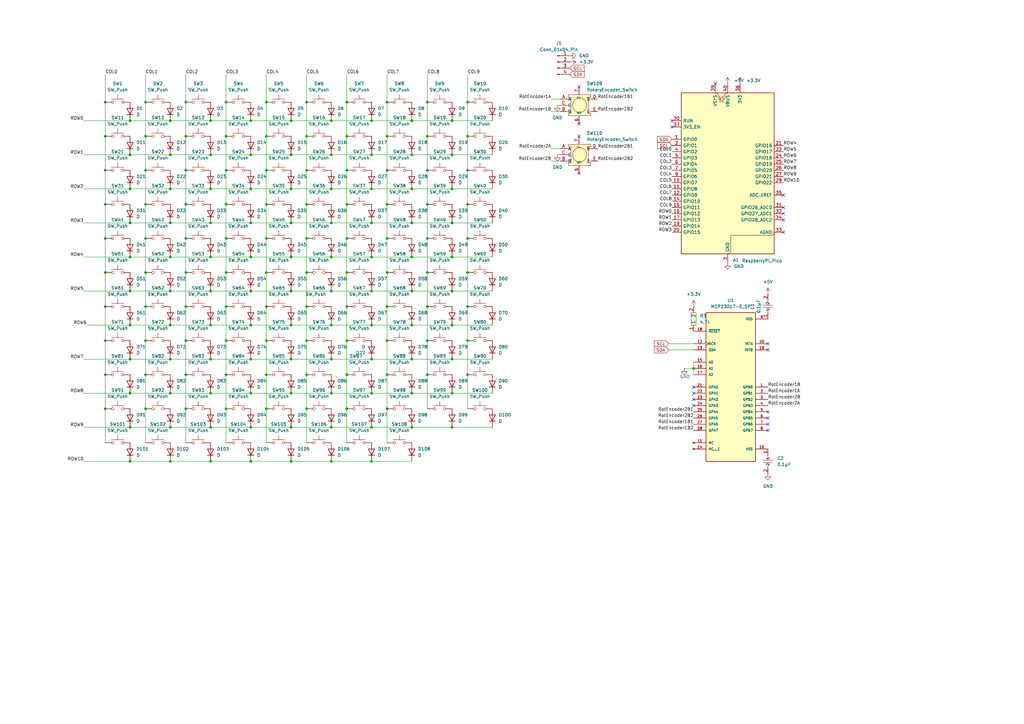
<source format=kicad_sch>
(kicad_sch (version 20250114) (generator "eeschema") (generator_version "9.0")
  (paper "A3")
  (title_block (title "Custom Keyboard") (date "2025-11-09") (rev "1"))
  (junction (at 185.42 63.5))
  (junction (at 175.26 55.88))
  (junction (at 53.34 105.41))
  (junction (at 135.89 161.29))
  (junction (at 142.24 97.79))
  (junction (at 142.24 125.73))
  (junction (at 69.85 133.35))
  (junction (at 102.87 49.53))
  (junction (at 135.89 105.41))
  (junction (at 185.42 91.44))
  (junction (at 69.85 63.5))
  (junction (at 109.22 125.73))
  (junction (at 102.87 161.29))
  (junction (at 135.89 49.53))
  (junction (at 152.4 77.47))
  (junction (at 119.38 147.32))
  (junction (at 135.89 147.32))
  (junction (at 53.34 175.26))
  (junction (at 53.34 189.23))
  (junction (at 152.4 161.29))
  (junction (at 175.26 125.73))
  (junction (at 168.91 63.5))
  (junction (at 69.85 77.47))
  (junction (at 185.42 77.47))
  (junction (at 185.42 119.38))
  (junction (at 43.18 125.73))
  (junction (at 158.75 139.7))
  (junction (at 86.36 77.47))
  (junction (at 53.34 63.5))
  (junction (at 69.85 175.26))
  (junction (at 92.71 55.88))
  (junction (at 92.71 167.64))
  (junction (at 59.69 167.64))
  (junction (at 135.89 175.26))
  (junction (at 284.48 151.13))
  (junction (at 43.18 41.91))
  (junction (at 152.4 147.32))
  (junction (at 191.77 55.88))
  (junction (at 109.22 153.67))
  (junction (at 53.34 77.47))
  (junction (at 92.71 139.7))
  (junction (at 152.4 189.23))
  (junction (at 92.71 69.85))
  (junction (at 185.42 175.26))
  (junction (at 168.91 105.41))
  (junction (at 59.69 139.7))
  (junction (at 142.24 55.88))
  (junction (at 76.2 55.88))
  (junction (at 92.71 125.73))
  (junction (at 152.4 175.26))
  (junction (at 86.36 189.23))
  (junction (at 119.38 119.38))
  (junction (at 119.38 105.41))
  (junction (at 59.69 83.82))
  (junction (at 76.2 139.7))
  (junction (at 158.75 83.82))
  (junction (at 135.89 77.47))
  (junction (at 142.24 167.64))
  (junction (at 53.34 133.35))
  (junction (at 43.18 153.67))
  (junction (at 53.34 147.32))
  (junction (at 152.4 119.38))
  (junction (at 53.34 49.53))
  (junction (at 43.18 83.82))
  (junction (at 191.77 153.67))
  (junction (at 142.24 139.7))
  (junction (at 158.75 69.85))
  (junction (at 69.85 105.41))
  (junction (at 109.22 83.82))
  (junction (at 158.75 55.88))
  (junction (at 175.26 153.67))
  (junction (at 152.4 49.53))
  (junction (at 59.69 55.88))
  (junction (at 69.85 91.44))
  (junction (at 125.73 97.79))
  (junction (at 168.91 161.29))
  (junction (at 102.87 147.32))
  (junction (at 109.22 55.88))
  (junction (at 43.18 55.88))
  (junction (at 191.77 97.79))
  (junction (at 76.2 41.91))
  (junction (at 102.87 189.23))
  (junction (at 119.38 161.29))
  (junction (at 59.69 111.76))
  (junction (at 109.22 139.7))
  (junction (at 119.38 175.26))
  (junction (at 185.42 161.29))
  (junction (at 185.42 147.32))
  (junction (at 43.18 97.79))
  (junction (at 69.85 147.32))
  (junction (at 125.73 139.7))
  (junction (at 125.73 125.73))
  (junction (at 175.26 111.76))
  (junction (at 135.89 189.23))
  (junction (at 69.85 49.53))
  (junction (at 119.38 77.47))
  (junction (at 175.26 69.85))
  (junction (at 142.24 69.85))
  (junction (at 191.77 83.82))
  (junction (at 119.38 133.35))
  (junction (at 43.18 69.85))
  (junction (at 59.69 41.91))
  (junction (at 152.4 105.41))
  (junction (at 191.77 69.85))
  (junction (at 185.42 133.35))
  (junction (at 158.75 167.64))
  (junction (at 109.22 167.64))
  (junction (at 69.85 189.23))
  (junction (at 119.38 189.23))
  (junction (at 102.87 175.26))
  (junction (at 158.75 111.76))
  (junction (at 86.36 49.53))
  (junction (at 168.91 175.26))
  (junction (at 92.71 41.91))
  (junction (at 168.91 147.32))
  (junction (at 102.87 105.41))
  (junction (at 109.22 97.79))
  (junction (at 191.77 41.91))
  (junction (at 175.26 41.91))
  (junction (at 191.77 125.73))
  (junction (at 53.34 161.29))
  (junction (at 86.36 119.38))
  (junction (at 53.34 91.44))
  (junction (at 86.36 63.5))
  (junction (at 175.26 139.7))
  (junction (at 185.42 49.53))
  (junction (at 125.73 111.76))
  (junction (at 76.2 69.85))
  (junction (at 59.69 69.85))
  (junction (at 76.2 111.76))
  (junction (at 168.91 77.47))
  (junction (at 86.36 147.32))
  (junction (at 135.89 63.5))
  (junction (at 135.89 133.35))
  (junction (at 53.34 119.38))
  (junction (at 69.85 161.29))
  (junction (at 152.4 91.44))
  (junction (at 69.85 119.38))
  (junction (at 125.73 69.85))
  (junction (at 119.38 63.5))
  (junction (at 142.24 83.82))
  (junction (at 102.87 77.47))
  (junction (at 102.87 91.44))
  (junction (at 125.73 153.67))
  (junction (at 86.36 91.44))
  (junction (at 125.73 55.88))
  (junction (at 158.75 41.91))
  (junction (at 142.24 41.91))
  (junction (at 168.91 49.53))
  (junction (at 125.73 167.64))
  (junction (at 191.77 111.76))
  (junction (at 76.2 125.73))
  (junction (at 109.22 69.85))
  (junction (at 191.77 139.7))
  (junction (at 102.87 133.35))
  (junction (at 59.69 153.67))
  (junction (at 109.22 111.76))
  (junction (at 142.24 153.67))
  (junction (at 142.24 111.76))
  (junction (at 92.71 97.79))
  (junction (at 59.69 97.79))
  (junction (at 168.91 133.35))
  (junction (at 92.71 153.67))
  (junction (at 43.18 111.76))
  (junction (at 185.42 105.41))
  (junction (at 158.75 125.73))
  (junction (at 76.2 167.64))
  (junction (at 92.71 83.82))
  (junction (at 175.26 97.79))
  (junction (at 102.87 63.5))
  (junction (at 102.87 119.38))
  (junction (at 158.75 153.67))
  (junction (at 135.89 91.44))
  (junction (at 86.36 175.26))
  (junction (at 76.2 83.82))
  (junction (at 119.38 49.53))
  (junction (at 86.36 105.41))
  (junction (at 168.91 119.38))
  (junction (at 92.71 111.76))
  (junction (at 59.69 125.73))
  (junction (at 76.2 97.79))
  (junction (at 135.89 119.38))
  (junction (at 86.36 161.29))
  (junction (at 86.36 133.35))
  (junction (at 125.73 41.91))
  (junction (at 152.4 133.35))
  (junction (at 76.2 153.67))
  (junction (at 119.38 91.44))
  (junction (at 109.22 41.91))
  (junction (at 43.18 167.64))
  (junction (at 43.18 139.7))
  (junction (at 175.26 83.82))
  (junction (at 168.91 91.44))
  (junction (at 158.75 97.79))
  (junction (at 152.4 63.5))
  (junction (at 125.73 83.82))
  (no_connect (at 237.49 35.56))
  (no_connect (at 284.48 166.37))
  (no_connect (at 275.59 52.07))
  (no_connect (at 284.48 158.75))
  (no_connect (at 321.31 90.17))
  (no_connect (at 321.31 95.25))
  (no_connect (at 321.31 80.01))
  (no_connect (at 314.96 140.97))
  (no_connect (at 293.37 34.29))
  (no_connect (at 237.49 50.8))
  (no_connect (at 314.96 143.51))
  (no_connect (at 314.96 171.45))
  (no_connect (at 237.49 71.12))
  (no_connect (at 314.96 173.99))
  (no_connect (at 284.48 163.83))
  (no_connect (at 314.96 176.53))
  (no_connect (at 237.49 55.88))
  (no_connect (at 321.31 87.63))
  (no_connect (at 314.96 168.91))
  (no_connect (at 284.48 161.29))
  (no_connect (at 275.59 49.53))
  (no_connect (at 321.31 85.09))
  (wire (pts (xy 119.38 147.32) (xy 135.89 147.32)))
  (wire (pts (xy 142.24 153.67) (xy 142.24 167.64)))
  (wire (pts (xy 175.26 83.82) (xy 175.26 97.79)))
  (wire (pts (xy 53.34 105.41) (xy 69.85 105.41)))
  (wire (pts (xy 76.2 139.7) (xy 76.2 153.67)))
  (wire (pts (xy 152.4 133.35) (xy 168.91 133.35)))
  (wire (pts (xy 59.69 97.79) (xy 59.69 111.76)))
  (wire (pts (xy 274.32 143.51) (xy 284.48 143.51)))
  (wire (pts (xy 109.22 97.79) (xy 109.22 111.76)))
  (wire (pts (xy 284.48 151.13) (xy 284.48 153.67)))
  (wire (pts (xy 135.89 119.38) (xy 152.4 119.38)))
  (wire (pts (xy 191.77 139.7) (xy 191.77 153.67)))
  (wire (pts (xy 135.89 77.47) (xy 152.4 77.47)))
  (wire (pts (xy 86.36 91.44) (xy 102.87 91.44)))
  (wire (pts (xy 34.29 105.41) (xy 53.34 105.41)))
  (wire (pts (xy 53.34 175.26) (xy 69.85 175.26)))
  (wire (pts (xy 92.71 139.7) (xy 92.71 153.67)))
  (wire (pts (xy 125.73 97.79) (xy 125.73 111.76)))
  (wire (pts (xy 191.77 69.85) (xy 191.77 83.82)))
  (wire (pts (xy 69.85 63.5) (xy 86.36 63.5)))
  (wire (pts (xy 119.38 175.26) (xy 135.89 175.26)))
  (wire (pts (xy 76.2 41.91) (xy 76.2 55.88)))
  (wire (pts (xy 158.75 153.67) (xy 158.75 167.64)))
  (wire (pts (xy 53.34 77.47) (xy 69.85 77.47)))
  (wire (pts (xy 69.85 49.53) (xy 86.36 49.53)))
  (wire (pts (xy 102.87 105.41) (xy 119.38 105.41)))
  (wire (pts (xy 92.71 97.79) (xy 92.71 111.76)))
  (wire (pts (xy 76.2 153.67) (xy 76.2 167.64)))
  (wire (pts (xy 142.24 55.88) (xy 142.24 69.85)))
  (wire (pts (xy 119.38 189.23) (xy 135.89 189.23)))
  (wire (pts (xy 125.73 55.88) (xy 125.73 69.85)))
  (wire (pts (xy 109.22 167.64) (xy 109.22 181.61)))
  (wire (pts (xy 109.22 111.76) (xy 109.22 125.73)))
  (wire (pts (xy 226.06 60.96) (xy 229.87 60.96)))
  (wire (pts (xy 142.24 30.48) (xy 142.24 41.91)))
  (wire (pts (xy 135.89 147.32) (xy 152.4 147.32)))
  (wire (pts (xy 152.4 189.23) (xy 168.91 189.23)))
  (wire (pts (xy 226.06 45.72) (xy 229.87 45.72)))
  (wire (pts (xy 34.29 161.29) (xy 53.34 161.29)))
  (wire (pts (xy 142.24 167.64) (xy 142.24 181.61)))
  (wire (pts (xy 59.69 153.67) (xy 59.69 167.64)))
  (wire (pts (xy 53.34 133.35) (xy 69.85 133.35)))
  (wire (pts (xy 35.56 133.35) (xy 53.34 133.35)))
  (wire (pts (xy 168.91 175.26) (xy 185.42 175.26)))
  (wire (pts (xy 86.36 133.35) (xy 102.87 133.35)))
  (wire (pts (xy 175.26 111.76) (xy 175.26 125.73)))
  (wire (pts (xy 158.75 139.7) (xy 158.75 153.67)))
  (wire (pts (xy 226.06 40.64) (xy 229.87 40.64)))
  (wire (pts (xy 92.71 83.82) (xy 92.71 97.79)))
  (wire (pts (xy 69.85 161.29) (xy 86.36 161.29)))
  (wire (pts (xy 59.69 167.64) (xy 59.69 181.61)))
  (wire (pts (xy 175.26 41.91) (xy 175.26 55.88)))
  (wire (pts (xy 158.75 41.91) (xy 158.75 55.88)))
  (wire (pts (xy 76.2 30.48) (xy 76.2 41.91)))
  (wire (pts (xy 152.4 49.53) (xy 168.91 49.53)))
  (wire (pts (xy 125.73 30.48) (xy 125.73 41.91)))
  (wire (pts (xy 135.89 175.26) (xy 152.4 175.26)))
  (wire (pts (xy 76.2 83.82) (xy 76.2 97.79)))
  (wire (pts (xy 102.87 63.5) (xy 119.38 63.5)))
  (wire (pts (xy 86.36 63.5) (xy 102.87 63.5)))
  (wire (pts (xy 175.26 69.85) (xy 175.26 83.82)))
  (wire (pts (xy 76.2 55.88) (xy 76.2 69.85)))
  (wire (pts (xy 228.6 43.18) (xy 229.87 43.18)))
  (wire (pts (xy 102.87 91.44) (xy 119.38 91.44)))
  (wire (pts (xy 135.89 91.44) (xy 152.4 91.44)))
  (wire (pts (xy 119.38 161.29) (xy 135.89 161.29)))
  (wire (pts (xy 185.42 105.41) (xy 201.93 105.41)))
  (wire (pts (xy 34.29 119.38) (xy 53.34 119.38)))
  (wire (pts (xy 86.36 161.29) (xy 102.87 161.29)))
  (wire (pts (xy 43.18 153.67) (xy 43.18 167.64)))
  (wire (pts (xy 152.4 77.47) (xy 168.91 77.47)))
  (wire (pts (xy 175.26 97.79) (xy 175.26 111.76)))
  (wire (pts (xy 59.69 139.7) (xy 59.69 153.67)))
  (wire (pts (xy 59.69 125.73) (xy 59.69 139.7)))
  (wire (pts (xy 284.48 151.13) (xy 280.67 151.13)))
  (wire (pts (xy 152.4 63.5) (xy 168.91 63.5)))
  (wire (pts (xy 158.75 55.88) (xy 158.75 69.85)))
  (wire (pts (xy 175.26 139.7) (xy 175.26 153.67)))
  (wire (pts (xy 226.06 66.04) (xy 229.87 66.04)))
  (wire (pts (xy 43.18 30.48) (xy 43.18 41.91)))
  (wire (pts (xy 109.22 55.88) (xy 109.22 69.85)))
  (wire (pts (xy 92.71 111.76) (xy 92.71 125.73)))
  (wire (pts (xy 152.4 105.41) (xy 168.91 105.41)))
  (wire (pts (xy 109.22 30.48) (xy 109.22 41.91)))
  (wire (pts (xy 102.87 133.35) (xy 119.38 133.35)))
  (wire (pts (xy 92.71 167.64) (xy 92.71 181.61)))
  (wire (pts (xy 43.18 111.76) (xy 43.18 125.73)))
  (wire (pts (xy 191.77 30.48) (xy 191.77 41.91)))
  (wire (pts (xy 168.91 91.44) (xy 185.42 91.44)))
  (wire (pts (xy 185.42 49.53) (xy 201.93 49.53)))
  (wire (pts (xy 135.89 189.23) (xy 152.4 189.23)))
  (wire (pts (xy 152.4 161.29) (xy 168.91 161.29)))
  (wire (pts (xy 119.38 105.41) (xy 135.89 105.41)))
  (wire (pts (xy 34.29 63.5) (xy 53.34 63.5)))
  (wire (pts (xy 175.26 153.67) (xy 175.26 167.64)))
  (wire (pts (xy 43.18 83.82) (xy 43.18 97.79)))
  (wire (pts (xy 102.87 189.23) (xy 119.38 189.23)))
  (wire (pts (xy 152.4 119.38) (xy 168.91 119.38)))
  (wire (pts (xy 185.42 175.26) (xy 201.93 175.26)))
  (wire (pts (xy 152.4 175.26) (xy 168.91 175.26)))
  (wire (pts (xy 43.18 69.85) (xy 43.18 83.82)))
  (wire (pts (xy 43.18 41.91) (xy 43.18 55.88)))
  (wire (pts (xy 168.91 133.35) (xy 185.42 133.35)))
  (wire (pts (xy 142.24 83.82) (xy 142.24 97.79)))
  (wire (pts (xy 86.36 119.38) (xy 102.87 119.38)))
  (wire (pts (xy 69.85 147.32) (xy 86.36 147.32)))
  (wire (pts (xy 69.85 175.26) (xy 86.36 175.26)))
  (wire (pts (xy 142.24 97.79) (xy 142.24 111.76)))
  (wire (pts (xy 228.6 63.5) (xy 229.87 63.5)))
  (wire (pts (xy 135.89 161.29) (xy 152.4 161.29)))
  (wire (pts (xy 86.36 175.26) (xy 102.87 175.26)))
  (wire (pts (xy 86.36 147.32) (xy 102.87 147.32)))
  (wire (pts (xy 92.71 55.88) (xy 92.71 69.85)))
  (wire (pts (xy 34.29 77.47) (xy 53.34 77.47)))
  (wire (pts (xy 191.77 111.76) (xy 191.77 125.73)))
  (wire (pts (xy 274.32 140.97) (xy 284.48 140.97)))
  (wire (pts (xy 125.73 125.73) (xy 125.73 139.7)))
  (wire (pts (xy 69.85 105.41) (xy 86.36 105.41)))
  (wire (pts (xy 69.85 133.35) (xy 86.36 133.35)))
  (wire (pts (xy 168.91 161.29) (xy 185.42 161.29)))
  (wire (pts (xy 119.38 91.44) (xy 135.89 91.44)))
  (wire (pts (xy 53.34 119.38) (xy 69.85 119.38)))
  (wire (pts (xy 168.91 119.38) (xy 185.42 119.38)))
  (wire (pts (xy 76.2 111.76) (xy 76.2 125.73)))
  (wire (pts (xy 59.69 30.48) (xy 59.69 41.91)))
  (wire (pts (xy 142.24 125.73) (xy 142.24 139.7)))
  (wire (pts (xy 102.87 161.29) (xy 119.38 161.29)))
  (wire (pts (xy 168.91 49.53) (xy 185.42 49.53)))
  (wire (pts (xy 185.42 77.47) (xy 201.93 77.47)))
  (wire (pts (xy 191.77 41.91) (xy 191.77 55.88)))
  (wire (pts (xy 158.75 111.76) (xy 158.75 125.73)))
  (wire (pts (xy 69.85 189.23) (xy 86.36 189.23)))
  (wire (pts (xy 102.87 77.47) (xy 119.38 77.47)))
  (wire (pts (xy 135.89 63.5) (xy 152.4 63.5)))
  (wire (pts (xy 34.29 49.53) (xy 53.34 49.53)))
  (wire (pts (xy 191.77 97.79) (xy 191.77 111.76)))
  (wire (pts (xy 284.48 148.59) (xy 284.48 151.13)))
  (wire (pts (xy 69.85 77.47) (xy 86.36 77.47)))
  (wire (pts (xy 92.71 41.91) (xy 92.71 55.88)))
  (wire (pts (xy 86.36 105.41) (xy 102.87 105.41)))
  (wire (pts (xy 168.91 77.47) (xy 185.42 77.47)))
  (wire (pts (xy 86.36 189.23) (xy 102.87 189.23)))
  (wire (pts (xy 175.26 30.48) (xy 175.26 41.91)))
  (wire (pts (xy 152.4 147.32) (xy 168.91 147.32)))
  (wire (pts (xy 92.71 30.48) (xy 92.71 41.91)))
  (wire (pts (xy 59.69 41.91) (xy 59.69 55.88)))
  (wire (pts (xy 53.34 91.44) (xy 69.85 91.44)))
  (wire (pts (xy 76.2 97.79) (xy 76.2 111.76)))
  (wire (pts (xy 168.91 63.5) (xy 185.42 63.5)))
  (wire (pts (xy 125.73 167.64) (xy 125.73 181.61)))
  (wire (pts (xy 109.22 153.67) (xy 109.22 167.64)))
  (wire (pts (xy 43.18 167.64) (xy 43.18 181.61)))
  (wire (pts (xy 53.34 147.32) (xy 69.85 147.32)))
  (wire (pts (xy 76.2 125.73) (xy 76.2 139.7)))
  (wire (pts (xy 168.91 147.32) (xy 185.42 147.32)))
  (wire (pts (xy 152.4 91.44) (xy 168.91 91.44)))
  (wire (pts (xy 34.29 91.44) (xy 53.34 91.44)))
  (wire (pts (xy 43.18 125.73) (xy 43.18 139.7)))
  (wire (pts (xy 125.73 41.91) (xy 125.73 55.88)))
  (wire (pts (xy 59.69 83.82) (xy 59.69 97.79)))
  (wire (pts (xy 102.87 119.38) (xy 119.38 119.38)))
  (wire (pts (xy 69.85 119.38) (xy 86.36 119.38)))
  (wire (pts (xy 119.38 63.5) (xy 135.89 63.5)))
  (wire (pts (xy 125.73 153.67) (xy 125.73 167.64)))
  (wire (pts (xy 43.18 97.79) (xy 43.18 111.76)))
  (wire (pts (xy 125.73 83.82) (xy 125.73 97.79)))
  (wire (pts (xy 191.77 153.67) (xy 191.77 167.64)))
  (wire (pts (xy 69.85 91.44) (xy 86.36 91.44)))
  (wire (pts (xy 125.73 69.85) (xy 125.73 83.82)))
  (wire (pts (xy 158.75 167.64) (xy 158.75 181.61)))
  (wire (pts (xy 76.2 167.64) (xy 76.2 181.61)))
  (wire (pts (xy 125.73 139.7) (xy 125.73 153.67)))
  (wire (pts (xy 125.73 111.76) (xy 125.73 125.73)))
  (wire (pts (xy 119.38 119.38) (xy 135.89 119.38)))
  (wire (pts (xy 185.42 133.35) (xy 201.93 133.35)))
  (wire (pts (xy 92.71 153.67) (xy 92.71 167.64)))
  (wire (pts (xy 185.42 119.38) (xy 201.93 119.38)))
  (wire (pts (xy 109.22 41.91) (xy 109.22 55.88)))
  (wire (pts (xy 135.89 105.41) (xy 152.4 105.41)))
  (wire (pts (xy 119.38 133.35) (xy 135.89 133.35)))
  (wire (pts (xy 34.29 175.26) (xy 53.34 175.26)))
  (wire (pts (xy 142.24 111.76) (xy 142.24 125.73)))
  (wire (pts (xy 53.34 63.5) (xy 69.85 63.5)))
  (wire (pts (xy 102.87 175.26) (xy 119.38 175.26)))
  (wire (pts (xy 175.26 125.73) (xy 175.26 139.7)))
  (wire (pts (xy 158.75 97.79) (xy 158.75 111.76)))
  (wire (pts (xy 135.89 133.35) (xy 152.4 133.35)))
  (wire (pts (xy 59.69 69.85) (xy 59.69 83.82)))
  (wire (pts (xy 191.77 55.88) (xy 191.77 69.85)))
  (wire (pts (xy 185.42 63.5) (xy 201.93 63.5)))
  (wire (pts (xy 92.71 125.73) (xy 92.71 139.7)))
  (wire (pts (xy 158.75 83.82) (xy 158.75 97.79)))
  (wire (pts (xy 109.22 69.85) (xy 109.22 83.82)))
  (wire (pts (xy 53.34 189.23) (xy 69.85 189.23)))
  (wire (pts (xy 175.26 55.88) (xy 175.26 69.85)))
  (wire (pts (xy 158.75 30.48) (xy 158.75 41.91)))
  (wire (pts (xy 86.36 49.53) (xy 102.87 49.53)))
  (wire (pts (xy 102.87 49.53) (xy 119.38 49.53)))
  (wire (pts (xy 158.75 125.73) (xy 158.75 139.7)))
  (wire (pts (xy 142.24 41.91) (xy 142.24 55.88)))
  (wire (pts (xy 109.22 139.7) (xy 109.22 153.67)))
  (wire (pts (xy 109.22 125.73) (xy 109.22 139.7)))
  (wire (pts (xy 168.91 105.41) (xy 185.42 105.41)))
  (wire (pts (xy 185.42 147.32) (xy 201.93 147.32)))
  (wire (pts (xy 86.36 77.47) (xy 102.87 77.47)))
  (wire (pts (xy 109.22 83.82) (xy 109.22 97.79)))
  (wire (pts (xy 119.38 49.53) (xy 135.89 49.53)))
  (wire (pts (xy 142.24 69.85) (xy 142.24 83.82)))
  (wire (pts (xy 102.87 147.32) (xy 119.38 147.32)))
  (wire (pts (xy 43.18 139.7) (xy 43.18 153.67)))
  (wire (pts (xy 92.71 69.85) (xy 92.71 83.82)))
  (wire (pts (xy 119.38 77.47) (xy 135.89 77.47)))
  (wire (pts (xy 59.69 111.76) (xy 59.69 125.73)))
  (wire (pts (xy 135.89 49.53) (xy 152.4 49.53)))
  (wire (pts (xy 53.34 49.53) (xy 69.85 49.53)))
  (wire (pts (xy 53.34 161.29) (xy 69.85 161.29)))
  (wire (pts (xy 185.42 161.29) (xy 201.93 161.29)))
  (wire (pts (xy 43.18 55.88) (xy 43.18 69.85)))
  (wire (pts (xy 34.29 189.23) (xy 53.34 189.23)))
  (wire (pts (xy 191.77 83.82) (xy 191.77 97.79)))
  (wire (pts (xy 191.77 125.73) (xy 191.77 139.7)))
  (wire (pts (xy 158.75 69.85) (xy 158.75 83.82)))
  (wire (pts (xy 59.69 55.88) (xy 59.69 69.85)))
  (wire (pts (xy 185.42 91.44) (xy 201.93 91.44)))
  (wire (pts (xy 76.2 69.85) (xy 76.2 83.82)))
  (wire (pts (xy 142.24 139.7) (xy 142.24 153.67)))
  (wire (pts (xy 34.29 147.32) (xy 53.34 147.32)))
  (label "ROW4" (at 321.31 59.69 0))
  (label "ROW6" (at 321.31 64.77 0))
  (label "COL2" (at 76.2 30.48 0))
  (label "RotEncoder2A" (at 314.96 166.37 0))
  (label "RotEncoder2A" (at 226.06 60.96 180))
  (label "COL3" (at 275.59 69.85 180))
  (label "RotEncoder2B1" (at 284.48 168.91 180))
  (label "ROW7" (at 321.31 67.31 0))
  (label "RotEncoder1A" (at 226.06 40.64 180))
  (label "COL3" (at 92.71 30.48 0))
  (label "RotEncoder2B2" (at 245.11 66.04 0))
  (label "ROW9" (at 321.31 72.39 0))
  (label "ROW4" (at 34.29 105.41 180))
  (label "RotEncoder2B2" (at 284.48 171.45 180))
  (label "RotEncoder1B" (at 226.06 45.72 180))
  (label "RotEncoder1B2" (at 284.48 176.53 180))
  (label "ROW9" (at 34.29 175.26 180))
  (label "ROW0" (at 34.29 49.53 180))
  (label "COL8" (at 175.26 30.48 0))
  (label "RotEncoder2B" (at 314.96 163.83 0))
  (label "COL8" (at 275.59 82.55 180))
  (label "RotEncoder1A" (at 314.96 161.29 0))
  (label "COL5" (at 275.59 74.93 180))
  (label "RotEncoder2B" (at 226.06 66.04 180))
  (label "ROW10" (at 321.31 74.93 0))
  (label "COL7" (at 275.59 80.01 180))
  (label "ROW6" (at 35.56 133.35 180))
  (label "COL5" (at 125.73 30.48 0))
  (label "COL9" (at 191.77 30.48 0))
  (label "COL6" (at 275.59 77.47 180))
  (label "RotEncoder2B1" (at 245.11 60.96 0))
  (label "RotEncoder1B" (at 314.96 158.75 0))
  (label "ROW5" (at 34.29 119.38 180))
  (label "COL1" (at 275.59 64.77 180))
  (label "ROW3" (at 34.29 91.44 180))
  (label "ROW0" (at 275.59 87.63 180))
  (label "ROW8" (at 321.31 69.85 0))
  (label "ROW8" (at 34.29 161.29 180))
  (label "ROW1" (at 34.29 63.5 180))
  (label "ROW3" (at 275.59 95.25 180))
  (label "COL4" (at 275.59 72.39 180))
  (label "ROW2" (at 275.59 92.71 180))
  (label "COL7" (at 158.75 30.48 0))
  (label "ROW2" (at 34.29 77.47 180))
  (label "COL4" (at 109.22 30.48 0))
  (label "RotEncoder1B1" (at 284.48 173.99 180))
  (label "RotEncoder1B1" (at 245.11 40.64 0))
  (label "COL6" (at 142.24 30.48 0))
  (label "COL0" (at 275.59 62.23 180))
  (label "ROW7" (at 34.29 147.32 180))
  (label "COL1" (at 59.69 30.48 0))
  (label "COL9" (at 275.59 85.09 180))
  (label "RotEncoder1B2" (at 245.11 45.72 0))
  (label "ROW1" (at 275.59 90.17 180))
  (label "COL0" (at 43.18 30.48 0))
  (label "COL2" (at 275.59 67.31 180))
  (label "ROW10" (at 34.29 189.23 180))
  (label "ROW5" (at 321.31 62.23 0))
  (global_label "SCL" (shape input) (at 275.59 59.69 180) (property "Intersheetrefs" "${INTERSHEET_REFS}" (effects (hide yes))))
  (global_label "SDA" (shape input) (at 233.68 30.48 0) (property "Intersheetrefs" "${INTERSHEET_REFS}" (effects (hide yes))))
  (global_label "SCL" (shape input) (at 233.68 27.94 0) (property "Intersheetrefs" "${INTERSHEET_REFS}" (effects (hide yes))))
  (global_label "SDA" (shape input) (at 274.32 143.51 180) (property "Intersheetrefs" "${INTERSHEET_REFS}" (effects (hide yes))))
  (global_label "SCL" (shape input) (at 274.32 140.97 180) (property "Intersheetrefs" "${INTERSHEET_REFS}" (effects (hide yes))))
  (global_label "SDA" (shape input) (at 275.59 57.15 180) (property "Intersheetrefs" "${INTERSHEET_REFS}" (effects (hide yes))))
  (symbol (lib_id "Switch:SW_Push") (at 130.81 125.73 0) (unit 1)
    (property "Reference" "SW66" (at 130.81 118.11 0))
    (property "Value" "SW_Push" (at 129.54 120.65 0))
    (property "Footprint" "PCM_Switch_Keyboard_Hotswap_Kailh:SW_Hotswap_Kailh_MX_1.00u" (effects (hide yes)))
    (property "Description" "Push button switch, generic, two pins" (effects (hide yes)))
  )
  (symbol (lib_id "Device:D") (at 201.93 45.72 90) (unit 1)
    (property "Reference" "D10" (at 204.47 44.4499 90) (effects (justify right)))
    (property "Value" "D" (at 204.47 46.9899 90) (effects (justify right)))
    (property "Footprint" "Diode_THT:D_DO-35_SOD27_P7.62mm_Horizontal" (effects (hide yes)))
    (property "Description" "Diode" (effects (hide yes)))
    (property "Sim.Device" "D" (effects (hide yes)))
    (property "Sim.Pins" "1=K 2=A" (effects (hide yes)))
  )
  (symbol (lib_id "Device:D") (at 135.89 143.51 90) (unit 1)
    (property "Reference" "D76" (at 138.43 142.2399 90) (effects (justify right)))
    (property "Value" "D" (at 138.43 144.7799 90) (effects (justify right)))
    (property "Footprint" "Diode_THT:D_DO-35_SOD27_P7.62mm_Horizontal" (effects (hide yes)))
    (property "Description" "Diode" (effects (hide yes)))
    (property "Sim.Device" "D" (effects (hide yes)))
    (property "Sim.Pins" "1=K 2=A" (effects (hide yes)))
  )
  (symbol (lib_id "Device:D") (at 86.36 157.48 90) (unit 1)
    (property "Reference" "D83" (at 88.9 156.2099 90) (effects (justify right)))
    (property "Value" "D" (at 88.9 158.7499 90) (effects (justify right)))
    (property "Footprint" "Diode_THT:D_DO-35_SOD27_P7.62mm_Horizontal" (effects (hide yes)))
    (property "Description" "Diode" (effects (hide yes)))
    (property "Sim.Device" "D" (effects (hide yes)))
    (property "Sim.Pins" "1=K 2=A" (effects (hide yes)))
  )
  (symbol (lib_id "Switch:SW_Push") (at 180.34 111.76 0) (unit 1)
    (property "Reference" "SW59" (at 180.34 104.14 0))
    (property "Value" "SW_Push" (at 180.34 106.68 0))
    (property "Footprint" "PCM_Switch_Keyboard_Hotswap_Kailh:SW_Hotswap_Kailh_MX_1.00u" (effects (hide yes)))
    (property "Description" "Push button switch, generic, two pins" (effects (hide yes)))
  )
  (symbol (lib_id "Device:D") (at 135.89 87.63 90) (unit 1)
    (property "Reference" "D36" (at 138.43 86.3599 90) (effects (justify right)))
    (property "Value" "D" (at 138.43 88.8999 90) (effects (justify right)))
    (property "Footprint" "Diode_THT:D_DO-35_SOD27_P7.62mm_Horizontal" (effects (hide yes)))
    (property "Description" "Diode" (effects (hide yes)))
    (property "Sim.Device" "D" (effects (hide yes)))
    (property "Sim.Pins" "1=K 2=A" (effects (hide yes)))
  )
  (symbol (lib_id "Device:D") (at 69.85 157.48 90) (unit 1)
    (property "Reference" "D82" (at 72.39 156.2099 90) (effects (justify right)))
    (property "Value" "D" (at 72.39 158.7499 90) (effects (justify right)))
    (property "Footprint" "Diode_THT:D_DO-35_SOD27_P7.62mm_Horizontal" (effects (hide yes)))
    (property "Description" "Diode" (effects (hide yes)))
    (property "Sim.Device" "D" (effects (hide yes)))
    (property "Sim.Pins" "1=K 2=A" (effects (hide yes)))
  )
  (symbol (lib_id "Device:D") (at 201.93 115.57 90) (unit 1)
    (property "Reference" "D60" (at 204.47 114.2999 90) (effects (justify right)))
    (property "Value" "D" (at 204.47 116.8399 90) (effects (justify right)))
    (property "Footprint" "Diode_THT:D_DO-35_SOD27_P7.62mm_Horizontal" (effects (hide yes)))
    (property "Description" "Diode" (effects (hide yes)))
    (property "Sim.Device" "D" (effects (hide yes)))
    (property "Sim.Pins" "1=K 2=A" (effects (hide yes)))
  )
  (symbol (lib_id "Switch:SW_Push") (at 180.34 153.67 0) (unit 1)
    (property "Reference" "SW89" (at 180.34 146.05 0))
    (property "Value" "SW_Push" (at 180.34 148.59 0))
    (property "Footprint" "PCM_Switch_Keyboard_Hotswap_Kailh:SW_Hotswap_Kailh_MX_1.00u" (effects (hide yes)))
    (property "Description" "Push button switch, generic, two pins" (effects (hide yes)))
  )
  (symbol (lib_id "Switch:SW_Push") (at 97.79 83.82 0) (unit 1)
    (property "Reference" "SW34" (at 97.79 76.2 0))
    (property "Value" "SW_Push" (at 97.79 78.74 0))
    (property "Footprint" "PCM_Switch_Keyboard_Hotswap_Kailh:SW_Hotswap_Kailh_MX_2.00u" (effects (hide yes)))
    (property "Description" "Push button switch, generic, two pins" (effects (hide yes)))
  )
  (symbol (lib_id "Device:D") (at 53.34 129.54 90) (unit 1)
    (property "Reference" "D61" (at 55.88 128.2699 90) (effects (justify right)))
    (property "Value" "D" (at 55.88 130.8099 90) (effects (justify right)))
    (property "Footprint" "Diode_THT:D_DO-35_SOD27_P7.62mm_Horizontal" (effects (hide yes)))
    (property "Description" "Diode" (effects (hide yes)))
    (property "Sim.Device" "D" (effects (hide yes)))
    (property "Sim.Pins" "1=K 2=A" (effects (hide yes)))
  )
  (symbol (lib_id "Switch:SW_Push") (at 48.26 139.7 0) (unit 1)
    (property "Reference" "SW71" (at 48.26 132.08 0))
    (property "Value" "SW_Push" (at 48.26 134.62 0))
    (property "Footprint" "PCM_Switch_Keyboard_Hotswap_Kailh:SW_Hotswap_Kailh_MX_1.00u" (effects (hide yes)))
    (property "Description" "Push button switch, generic, two pins" (effects (hide yes)))
  )
  (symbol (lib_id "Switch:SW_Push") (at 163.83 125.73 0) (unit 1)
    (property "Reference" "SW68" (at 163.83 118.11 0))
    (property "Value" "SW_Push" (at 163.83 120.65 0))
    (property "Footprint" "PCM_Switch_Keyboard_Hotswap_Kailh:SW_Hotswap_Kailh_MX_1.00u" (effects (hide yes)))
    (property "Description" "Push button switch, generic, two pins" (effects (hide yes)))
  )
  (symbol (lib_id "Switch:SW_Push") (at 196.85 153.67 0) (unit 1)
    (property "Reference" "SW90" (at 196.85 146.05 0))
    (property "Value" "SW_Push" (at 196.85 148.59 0))
    (property "Footprint" "PCM_Switch_Keyboard_Hotswap_Kailh:SW_Hotswap_Kailh_MX_2.75u" (effects (hide yes)))
    (property "Description" "Push button switch, generic, two pins" (effects (hide yes)))
  )
  (symbol (lib_id "Switch:SW_Push") (at 163.83 167.64 0) (unit 1)
    (property "Reference" "SW98" (at 163.83 160.02 0))
    (property "Value" "SW_Push" (at 163.83 162.56 0))
    (property "Footprint" "PCM_Switch_Keyboard_Hotswap_Kailh:SW_Hotswap_Kailh_MX_1.25u" (effects (hide yes)))
    (property "Description" "Push button switch, generic, two pins" (effects (hide yes)))
  )
  (symbol (lib_id "Device:D") (at 53.34 87.63 90) (unit 1)
    (property "Reference" "D31" (at 55.88 86.3599 90) (effects (justify right)))
    (property "Value" "D" (at 55.88 88.8999 90) (effects (justify right)))
    (property "Footprint" "Diode_THT:D_DO-35_SOD27_P7.62mm_Horizontal" (effects (hide yes)))
    (property "Description" "Diode" (effects (hide yes)))
    (property "Sim.Device" "D" (effects (hide yes)))
    (property "Sim.Pins" "1=K 2=A" (effects (hide yes)))
  )
  (symbol (lib_id "Device:D") (at 102.87 157.48 90) (unit 1)
    (property "Reference" "D84" (at 105.41 156.2099 90) (effects (justify right)))
    (property "Value" "D" (at 105.41 158.7499 90) (effects (justify right)))
    (property "Footprint" "Diode_THT:D_DO-35_SOD27_P7.62mm_Horizontal" (effects (hide yes)))
    (property "Description" "Diode" (effects (hide yes)))
    (property "Sim.Device" "D" (effects (hide yes)))
    (property "Sim.Pins" "1=K 2=A" (effects (hide yes)))
  )
  (symbol (lib_id "Switch:SW_Push") (at 48.26 111.76 0) (unit 1)
    (property "Reference" "SW51" (at 48.26 104.14 0))
    (property "Value" "SW_Push" (at 48.26 106.68 0))
    (property "Footprint" "PCM_Switch_Keyboard_Hotswap_Kailh:SW_Hotswap_Kailh_MX_1.00u" (effects (hide yes)))
    (property "Description" "Push button switch, generic, two pins" (effects (hide yes)))
  )
  (symbol (lib_id "Device:D") (at 102.87 185.42 90) (unit 1)
    (property "Reference" "D104" (at 105.41 184.1499 90) (effects (justify right)))
    (property "Value" "D" (at 105.41 186.6899 90) (effects (justify right)))
    (property "Footprint" "Diode_THT:D_DO-35_SOD27_P7.62mm_Horizontal" (effects (hide yes)))
    (property "Description" "Diode" (effects (hide yes)))
    (property "Sim.Device" "D" (effects (hide yes)))
    (property "Sim.Pins" "1=K 2=A" (effects (hide yes)))
  )
  (symbol (lib_id "Device:D") (at 69.85 101.6 90) (unit 1)
    (property "Reference" "D42" (at 72.39 100.3299 90) (effects (justify right)))
    (property "Value" "D" (at 72.39 102.8699 90) (effects (justify right)))
    (property "Footprint" "Diode_THT:D_DO-35_SOD27_P7.62mm_Horizontal" (effects (hide yes)))
    (property "Description" "Diode" (effects (hide yes)))
    (property "Sim.Device" "D" (effects (hide yes)))
    (property "Sim.Pins" "1=K 2=A" (effects (hide yes)))
  )
  (symbol (lib_id "Switch:SW_Push") (at 97.79 41.91 0) (unit 1)
    (property "Reference" "SW4" (at 97.79 34.29 0))
    (property "Value" "SW_Push" (at 97.79 36.83 0))
    (property "Footprint" "PCM_Switch_Keyboard_Hotswap_Kailh:SW_Hotswap_Kailh_MX_1.00u" (effects (hide yes)))
    (property "Description" "Push button switch, generic, two pins" (effects (hide yes)))
  )
  (symbol (lib_id "Device:D") (at 53.34 59.69 90) (unit 1)
    (property "Reference" "D11" (at 55.88 58.4199 90) (effects (justify right)))
    (property "Value" "D" (at 55.88 60.9599 90) (effects (justify right)))
    (property "Footprint" "Diode_THT:D_DO-35_SOD27_P7.62mm_Horizontal" (effects (hide yes)))
    (property "Description" "Diode" (effects (hide yes)))
    (property "Sim.Device" "D" (effects (hide yes)))
    (property "Sim.Pins" "1=K 2=A" (effects (hide yes)))
  )
  (symbol (lib_id "Switch:SW_Push") (at 97.79 153.67 0) (unit 1)
    (property "Reference" "SW84" (at 97.79 146.05 0))
    (property "Value" "SW_Push" (at 97.79 148.59 0))
    (property "Footprint" "PCM_Switch_Keyboard_Hotswap_Kailh:SW_Hotswap_Kailh_MX_1.00u" (effects (hide yes)))
    (property "Description" "Push button switch, generic, two pins" (effects (hide yes)))
  )
  (symbol (lib_id "Device:D") (at 119.38 73.66 90) (unit 1)
    (property "Reference" "D25" (at 121.92 72.3899 90) (effects (justify right)))
    (property "Value" "D" (at 121.92 74.9299 90) (effects (justify right)))
    (property "Footprint" "Diode_THT:D_DO-35_SOD27_P7.62mm_Horizontal" (effects (hide yes)))
    (property "Description" "Diode" (effects (hide yes)))
    (property "Sim.Device" "D" (effects (hide yes)))
    (property "Sim.Pins" "1=K 2=A" (effects (hide yes)))
  )
  (symbol (lib_id "Device:D") (at 185.42 101.6 90) (unit 1)
    (property "Reference" "D49" (at 187.96 100.3299 90) (effects (justify right)))
    (property "Value" "D" (at 187.96 102.8699 90) (effects (justify right)))
    (property "Footprint" "Diode_THT:D_DO-35_SOD27_P7.62mm_Horizontal" (effects (hide yes)))
    (property "Description" "Diode" (effects (hide yes)))
    (property "Sim.Device" "D" (effects (hide yes)))
    (property "Sim.Pins" "1=K 2=A" (effects (hide yes)))
  )
  (symbol (lib_id "Device:D") (at 86.36 59.69 90) (unit 1)
    (property "Reference" "D13" (at 88.9 58.4199 90) (effects (justify right)))
    (property "Value" "D" (at 88.9 60.9599 90) (effects (justify right)))
    (property "Footprint" "Diode_THT:D_DO-35_SOD27_P7.62mm_Horizontal" (effects (hide yes)))
    (property "Description" "Diode" (effects (hide yes)))
    (property "Sim.Device" "D" (effects (hide yes)))
    (property "Sim.Pins" "1=K 2=A" (effects (hide yes)))
  )
  (symbol (lib_id "Switch:SW_Push") (at 130.81 97.79 0) (unit 1)
    (property "Reference" "SW46" (at 130.81 90.17 0))
    (property "Value" "SW_Push" (at 130.81 92.71 0))
    (property "Footprint" "PCM_Switch_Keyboard_Hotswap_Kailh:SW_Hotswap_Kailh_MX_1.00u" (effects (hide yes)))
    (property "Description" "Push button switch, generic, two pins" (effects (hide yes)))
  )
  (symbol (lib_id "Switch:SW_Push") (at 97.79 55.88 0) (unit 1)
    (property "Reference" "SW14" (at 97.79 48.26 0))
    (property "Value" "SW_Push" (at 97.79 50.8 0))
    (property "Footprint" "PCM_Switch_Keyboard_Hotswap_Kailh:SW_Hotswap_Kailh_MX_1.00u" (effects (hide yes)))
    (property "Description" "Push button switch, generic, two pins" (effects (hide yes)))
  )
  (symbol (lib_id "Device:D") (at 152.4 143.51 90) (unit 1)
    (property "Reference" "D77" (at 149.86 144.7801 90) (effects (justify left)))
    (property "Value" "D" (at 149.86 142.2401 90) (effects (justify left)))
    (property "Footprint" "Diode_THT:D_DO-35_SOD27_P7.62mm_Horizontal" (effects (hide yes)))
    (property "Description" "Diode" (effects (hide yes)))
    (property "Sim.Device" "D" (effects (hide yes)))
    (property "Sim.Pins" "1=K 2=A" (effects (hide yes)))
  )
  (symbol (lib_id "Switch:SW_Push") (at 163.83 181.61 0) (unit 1)
    (property "Reference" "SW108" (at 163.83 173.99 0))
    (property "Value" "SW_Push" (at 163.83 176.53 0))
    (property "Footprint" "PCM_Switch_Keyboard_Hotswap_Kailh:SW_Hotswap_Kailh_MX_1.00u" (effects (hide yes)))
    (property "Description" "Push button switch, generic, two pins" (effects (hide yes)))
  )
  (symbol (lib_id "Switch:SW_Push") (at 97.79 97.79 0) (unit 1)
    (property "Reference" "SW44" (at 97.79 90.17 0))
    (property "Value" "SW_Push" (at 97.79 92.71 0))
    (property "Footprint" "PCM_Switch_Keyboard_Hotswap_Kailh:SW_Hotswap_Kailh_MX_1.00u" (effects (hide yes)))
    (property "Description" "Push button switch, generic, two pins" (effects (hide yes)))
  )
  (symbol (lib_id "Device:D") (at 152.4 45.72 90) (unit 1)
    (property "Reference" "D7" (at 154.94 44.4499 90) (effects (justify right)))
    (property "Value" "D" (at 154.94 46.9899 90) (effects (justify right)))
    (property "Footprint" "Diode_THT:D_DO-35_SOD27_P7.62mm_Horizontal" (effects (hide yes)))
    (property "Description" "Diode" (effects (hide yes)))
    (property "Sim.Device" "D" (effects (hide yes)))
    (property "Sim.Pins" "1=K 2=A" (effects (hide yes)))
  )
  (symbol (lib_id "Switch:SW_Push") (at 196.85 125.73 0) (unit 1)
    (property "Reference" "SW70" (at 196.85 118.11 0))
    (property "Value" "SW_Push" (at 196.85 120.65 0))
    (property "Footprint" "PCM_Switch_Keyboard_Hotswap_Kailh:SW_Hotswap_Kailh_MX_1.00u" (effects (hide yes)))
    (property "Description" "Push button switch, generic, two pins" (effects (hide yes)))
  )
  (symbol (lib_id "Device:D") (at 201.93 129.54 90) (unit 1)
    (property "Reference" "D70" (at 204.47 128.2699 90) (effects (justify right)))
    (property "Value" "D" (at 204.47 130.8099 90) (effects (justify right)))
    (property "Footprint" "Diode_THT:D_DO-35_SOD27_P7.62mm_Horizontal" (effects (hide yes)))
    (property "Description" "Diode" (effects (hide yes)))
    (property "Sim.Device" "D" (effects (hide yes)))
    (property "Sim.Pins" "1=K 2=A" (effects (hide yes)))
  )
  (symbol (lib_id "Device:D") (at 185.42 143.51 90) (unit 1)
    (property "Reference" "D79" (at 187.96 142.2399 90) (effects (justify right)))
    (property "Value" "D" (at 187.96 144.7799 90) (effects (justify right)))
    (property "Footprint" "Diode_THT:D_DO-35_SOD27_P7.62mm_Horizontal" (effects (hide yes)))
    (property "Description" "Diode" (effects (hide yes)))
    (property "Sim.Device" "D" (effects (hide yes)))
    (property "Sim.Pins" "1=K 2=A" (effects (hide yes)))
  )
  (symbol (lib_id "Switch:SW_Push") (at 48.26 69.85 0) (unit 1)
    (property "Reference" "SW21" (at 48.26 62.23 0))
    (property "Value" "SW_Push" (at 48.26 64.77 0))
    (property "Footprint" "PCM_Switch_Keyboard_Hotswap_Kailh:SW_Hotswap_Kailh_MX_1.00u" (effects (hide yes)))
    (property "Description" "Push button switch, generic, two pins" (effects (hide yes)))
  )
  (symbol (lib_id "power:+5V") (at 298.45 34.29 0) (unit 1)
    (property "Reference" "#PWR06" (effects (hide yes)))
    (property "Value" "+5V" (at 300.99 33.0199 0) (effects (justify left)))
    (property "Description" "Power symbol creates a global label with name \"+5V\"" (effects (hide yes)))
  )
  (symbol (lib_id "Switch:SW_Push") (at 163.83 69.85 0) (unit 1)
    (property "Reference" "SW28" (at 163.83 62.23 0))
    (property "Value" "SW_Push" (at 163.83 64.77 0))
    (property "Footprint" "PCM_Switch_Keyboard_Hotswap_Kailh:SW_Hotswap_Kailh_MX_1.00u" (effects (hide yes)))
    (property "Description" "Push button switch, generic, two pins" (effects (hide yes)))
  )
  (symbol (lib_id "Switch:SW_Push") (at 196.85 41.91 0) (unit 1)
    (property "Reference" "SW10" (at 196.85 34.29 0))
    (property "Value" "SW_Push" (at 196.85 36.83 0))
    (property "Footprint" "PCM_Switch_Keyboard_Hotswap_Kailh:SW_Hotswap_Kailh_MX_1.00u" (effects (hide yes)))
    (property "Description" "Push button switch, generic, two pins" (effects (hide yes)))
  )
  (symbol (lib_id "Switch:SW_Push") (at 130.81 41.91 0) (unit 1)
    (property "Reference" "SW6" (at 130.81 34.29 0))
    (property "Value" "SW_Push" (at 130.81 36.83 0))
    (property "Footprint" "PCM_Switch_Keyboard_Hotswap_Kailh:SW_Hotswap_Kailh_MX_1.00u" (effects (hide yes)))
    (property "Description" "Push button switch, generic, two pins" (effects (hide yes)))
  )
  (symbol (lib_id "Device:D") (at 86.36 45.72 90) (unit 1)
    (property "Reference" "D3" (at 88.9 44.4499 90) (effects (justify right)))
    (property "Value" "D" (at 88.9 46.9899 90) (effects (justify right)))
    (property "Footprint" "Diode_THT:D_DO-35_SOD27_P7.62mm_Horizontal" (effects (hide yes)))
    (property "Description" "Diode" (effects (hide yes)))
    (property "Sim.Device" "D" (effects (hide yes)))
    (property "Sim.Pins" "1=K 2=A" (effects (hide yes)))
  )
  (symbol (lib_id "power:GND") (at 314.96 194.31 0) (unit 1)
    (property "Reference" "#PWR019" (effects (hide yes)))
    (property "Value" "GND" (at 314.96 199.39 0))
    (property "Description" "Power symbol creates a global label with name \"GND\" , ground" (effects (hide yes)))
  )
  (symbol (lib_id "Switch:SW_Push") (at 64.77 153.67 0) (unit 1)
    (property "Reference" "SW82" (at 64.77 146.05 0))
    (property "Value" "SW_Push" (at 64.77 148.59 0))
    (property "Footprint" "PCM_Switch_Keyboard_Hotswap_Kailh:SW_Hotswap_Kailh_MX_1.00u" (effects (hide yes)))
    (property "Description" "Push button switch, generic, two pins" (effects (hide yes)))
  )
  (symbol (lib_id "Switch:SW_Push") (at 48.26 181.61 0) (unit 1)
    (property "Reference" "SW101" (at 48.26 173.99 0))
    (property "Value" "SW_Push" (at 48.26 176.53 0))
    (property "Footprint" "PCM_Switch_Keyboard_Hotswap_Kailh:SW_Hotswap_Kailh_MX_1.25u" (effects (hide yes)))
    (property "Description" "Push button switch, generic, two pins" (effects (hide yes)))
  )
  (symbol (lib_id "Switch:SW_Push") (at 64.77 125.73 0) (unit 1)
    (property "Reference" "SW62" (at 64.77 118.11 0))
    (property "Value" "SW_Push" (at 64.77 120.65 0))
    (property "Footprint" "PCM_Switch_Keyboard_Hotswap_Kailh:SW_Hotswap_Kailh_MX_2.00u_90deg" (effects (hide yes)))
    (property "Description" "Push button switch, generic, two pins" (effects (hide yes)))
  )
  (symbol (lib_id "Device:D") (at 86.36 171.45 90) (unit 1)
    (property "Reference" "D93" (at 88.9 170.1799 90) (effects (justify right)))
    (property "Value" "D" (at 88.9 172.7199 90) (effects (justify right)))
    (property "Footprint" "Diode_THT:D_DO-35_SOD27_P7.62mm_Horizontal" (effects (hide yes)))
    (property "Description" "Diode" (effects (hide yes)))
    (property "Sim.Device" "D" (effects (hide yes)))
    (property "Sim.Pins" "1=K 2=A" (effects (hide yes)))
  )
  (symbol (lib_id "Switch:SW_Push") (at 180.34 97.79 0) (unit 1)
    (property "Reference" "SW49" (at 180.34 90.17 0))
    (property "Value" "SW_Push" (at 180.34 92.71 0))
    (property "Footprint" "PCM_Switch_Keyboard_Hotswap_Kailh:SW_Hotswap_Kailh_MX_1.00u" (effects (hide yes)))
    (property "Description" "Push button switch, generic, two pins" (effects (hide yes)))
  )
  (symbol (lib_id "Switch:SW_Push") (at 180.34 83.82 0) (unit 1)
    (property "Reference" "SW39" (at 180.34 76.2 0))
    (property "Value" "SW_Push" (at 180.34 78.74 0))
    (property "Footprint" "PCM_Switch_Keyboard_Hotswap_Kailh:SW_Hotswap_Kailh_MX_1.00u" (effects (hide yes)))
    (property "Description" "Push button switch, generic, two pins" (effects (hide yes)))
  )
  (symbol (lib_id "Device:D") (at 152.4 101.6 90) (unit 1)
    (property "Reference" "D47" (at 154.94 100.3299 90) (effects (justify right)))
    (property "Value" "D" (at 154.94 102.8699 90) (effects (justify right)))
    (property "Footprint" "Diode_THT:D_DO-35_SOD27_P7.62mm_Horizontal" (effects (hide yes)))
    (property "Description" "Diode" (effects (hide yes)))
    (property "Sim.Device" "D" (effects (hide yes)))
    (property "Sim.Pins" "1=K 2=A" (effects (hide yes)))
  )
  (symbol (lib_id "easyeda2kicad:C322C104M1R5TA") (at 314.96 125.73 90) (unit 1)
    (property "Reference" "C1" (at 308.61 125.73 0))
    (property "Value" "0.1µF" (at 311.15 125.73 0))
    (property "Footprint" "easyeda2kicad:CAP-TH_L5.1-W3.2-P5.08-D0.50" (effects (hide yes)))
    (property "Description" "Unpolarized capacitor" (effects (hide yes)))
    (property "LCSC Part" "C1622885" (effects (hide yes)))
  )
  (symbol (lib_id "Device:D") (at 119.38 185.42 90) (unit 1)
    (property "Reference" "D105" (at 121.92 184.1499 90) (effects (justify right)))
    (property "Value" "D" (at 121.92 186.6899 90) (effects (justify right)))
    (property "Footprint" "Diode_THT:D_DO-35_SOD27_P7.62mm_Horizontal" (effects (hide yes)))
    (property "Description" "Diode" (effects (hide yes)))
    (property "Sim.Device" "D" (effects (hide yes)))
    (property "Sim.Pins" "1=K 2=A" (effects (hide yes)))
  )
  (symbol (lib_id "Switch:SW_Push") (at 48.26 83.82 0) (unit 1)
    (property "Reference" "SW31" (at 48.26 76.2 0))
    (property "Value" "SW_Push" (at 48.26 78.74 0))
    (property "Footprint" "PCM_Switch_Keyboard_Hotswap_Kailh:SW_Hotswap_Kailh_MX_1.00u" (effects (hide yes)))
    (property "Description" "Push button switch, generic, two pins" (effects (hide yes)))
  )
  (symbol (lib_id "Switch:SW_Push") (at 163.83 139.7 0) (unit 1)
    (property "Reference" "SW78" (at 163.83 132.08 0))
    (property "Value" "SW_Push" (at 163.83 134.62 0))
    (property "Footprint" "PCM_Switch_Keyboard_Hotswap_Kailh:SW_Hotswap_Kailh_MX_1.00u" (effects (hide yes)))
    (property "Description" "Push button switch, generic, two pins" (effects (hide yes)))
  )
  (symbol (lib_id "Switch:SW_Push") (at 81.28 111.76 0) (unit 1)
    (property "Reference" "SW53" (at 81.28 104.14 0))
    (property "Value" "SW_Push" (at 81.28 106.68 0))
    (property "Footprint" "PCM_Switch_Keyboard_Hotswap_Kailh:SW_Hotswap_Kailh_MX_1.00u" (effects (hide yes)))
    (property "Description" "Push button switch, generic, two pins" (effects (hide yes)))
  )
  (symbol (lib_id "power:GND") (at 228.6 43.18 0) (unit 1)
    (property "Reference" "#PWR021" (effects (hide yes)))
    (property "Value" "GND" (at 228.6 48.26 0))
    (property "Description" "Power symbol creates a global label with name \"GND\" , ground" (effects (hide yes)))
  )
  (symbol (lib_id "Switch:SW_Push") (at 81.28 167.64 0) (unit 1)
    (property "Reference" "SW93" (at 81.28 160.02 0))
    (property "Value" "SW_Push" (at 81.28 162.56 0))
    (property "Footprint" "PCM_Switch_Keyboard_Hotswap_Kailh:SW_Hotswap_Kailh_MX_1.00u" (effects (hide yes)))
    (property "Description" "Push button switch, generic, two pins" (effects (hide yes)))
  )
  (symbol (lib_id "Device:D") (at 69.85 171.45 90) (unit 1)
    (property "Reference" "D92" (at 72.39 170.1799 90) (effects (justify right)))
    (property "Value" "D" (at 72.39 172.7199 90) (effects (justify right)))
    (property "Footprint" "Diode_THT:D_DO-35_SOD27_P7.62mm_Horizontal" (effects (hide yes)))
    (property "Description" "Diode" (effects (hide yes)))
    (property "Sim.Device" "D" (effects (hide yes)))
    (property "Sim.Pins" "1=K 2=A" (effects (hide yes)))
  )
  (symbol (lib_id "Device:D") (at 185.42 129.54 90) (unit 1)
    (property "Reference" "D69" (at 187.96 128.2699 90) (effects (justify right)))
    (property "Value" "D" (at 187.96 130.8099 90) (effects (justify right)))
    (property "Footprint" "Diode_THT:D_DO-35_SOD27_P7.62mm_Horizontal" (effects (hide yes)))
    (property "Description" "Diode" (effects (hide yes)))
    (property "Sim.Device" "D" (effects (hide yes)))
    (property "Sim.Pins" "1=K 2=A" (effects (hide yes)))
  )
  (symbol (lib_id "power:GND") (at 280.67 151.13 0) (unit 1)
    (property "Reference" "#PWR02" (effects (hide yes)))
    (property "Value" "GND" (at 278.892 154.432 0) (effects (justify left)))
    (property "Description" "Power symbol creates a global label with name \"GND\" , ground" (effects (hide yes)))
  )
  (symbol (lib_id "Device:D") (at 119.38 87.63 90) (unit 1)
    (property "Reference" "D35" (at 121.92 86.3599 90) (effects (justify right)))
    (property "Value" "D" (at 121.92 88.8999 90) (effects (justify right)))
    (property "Footprint" "Diode_THT:D_DO-35_SOD27_P7.62mm_Horizontal" (effects (hide yes)))
    (property "Description" "Diode" (effects (hide yes)))
    (property "Sim.Device" "D" (effects (hide yes)))
    (property "Sim.Pins" "1=K 2=A" (effects (hide yes)))
  )
  (symbol (lib_id "Device:D") (at 135.89 45.72 90) (unit 1)
    (property "Reference" "D6" (at 138.43 44.4499 90) (effects (justify right)))
    (property "Value" "D" (at 138.43 46.9899 90) (effects (justify right)))
    (property "Footprint" "Diode_THT:D_DO-35_SOD27_P7.62mm_Horizontal" (effects (hide yes)))
    (property "Description" "Diode" (effects (hide yes)))
    (property "Sim.Device" "D" (effects (hide yes)))
    (property "Sim.Pins" "1=K 2=A" (effects (hide yes)))
  )
  (symbol (lib_id "Switch:SW_Push") (at 48.26 97.79 0) (unit 1)
    (property "Reference" "SW41" (at 48.26 90.17 0))
    (property "Value" "SW_Push" (at 48.26 92.71 0))
    (property "Footprint" "PCM_Switch_Keyboard_Hotswap_Kailh:SW_Hotswap_Kailh_MX_1.00u" (effects (hide yes)))
    (property "Description" "Push button switch, generic, two pins" (effects (hide yes)))
  )
  (symbol (lib_id "Switch:SW_Push") (at 114.3 139.7 0) (unit 1)
    (property "Reference" "SW75" (at 114.3 132.08 0))
    (property "Value" "SW_Push" (at 114.3 134.62 0))
    (property "Footprint" "PCM_Switch_Keyboard_Hotswap_Kailh:SW_Hotswap_Kailh_MX_2.25u" (effects (hide yes)))
    (property "Description" "Push button switch, generic, two pins" (effects (hide yes)))
  )
  (symbol (lib_id "Device:D") (at 102.87 101.6 90) (unit 1)
    (property "Reference" "D44" (at 105.41 100.3299 90) (effects (justify right)))
    (property "Value" "D" (at 105.41 102.8699 90) (effects (justify right)))
    (property "Footprint" "Diode_THT:D_DO-35_SOD27_P7.62mm_Horizontal" (effects (hide yes)))
    (property "Description" "Diode" (effects (hide yes)))
    (property "Sim.Device" "D" (effects (hide yes)))
    (property "Sim.Pins" "1=K 2=A" (effects (hide yes)))
  )
  (symbol (lib_id "Device:D") (at 102.87 73.66 90) (unit 1)
    (property "Reference" "D24" (at 105.41 72.3899 90) (effects (justify right)))
    (property "Value" "D" (at 105.41 74.9299 90) (effects (justify right)))
    (property "Footprint" "Diode_THT:D_DO-35_SOD27_P7.62mm_Horizontal" (effects (hide yes)))
    (property "Description" "Diode" (effects (hide yes)))
    (property "Sim.Device" "D" (effects (hide yes)))
    (property "Sim.Pins" "1=K 2=A" (effects (hide yes)))
  )
  (symbol (lib_id "Device:D") (at 168.91 115.57 90) (unit 1)
    (property "Reference" "D58" (at 171.45 114.2999 90) (effects (justify right)))
    (property "Value" "D" (at 171.45 116.8399 90) (effects (justify right)))
    (property "Footprint" "Diode_THT:D_DO-35_SOD27_P7.62mm_Horizontal" (effects (hide yes)))
    (property "Description" "Diode" (effects (hide yes)))
    (property "Sim.Device" "D" (effects (hide yes)))
    (property "Sim.Pins" "1=K 2=A" (effects (hide yes)))
  )
  (symbol (lib_id "Device:D") (at 185.42 59.69 90) (unit 1)
    (property "Reference" "D19" (at 187.96 58.4199 90) (effects (justify right)))
    (property "Value" "D" (at 187.96 60.9599 90) (effects (justify right)))
    (property "Footprint" "Diode_THT:D_DO-35_SOD27_P7.62mm_Horizontal" (effects (hide yes)))
    (property "Description" "Diode" (effects (hide yes)))
    (property "Sim.Device" "D" (effects (hide yes)))
    (property "Sim.Pins" "1=K 2=A" (effects (hide yes)))
  )
  (symbol (lib_id "Device:D") (at 168.91 87.63 90) (unit 1)
    (property "Reference" "D38" (at 171.45 86.3599 90) (effects (justify right)))
    (property "Value" "D" (at 171.45 88.8999 90) (effects (justify right)))
    (property "Footprint" "Diode_THT:D_DO-35_SOD27_P7.62mm_Horizontal" (effects (hide yes)))
    (property "Description" "Diode" (effects (hide yes)))
    (property "Sim.Device" "D" (effects (hide yes)))
    (property "Sim.Pins" "1=K 2=A" (effects (hide yes)))
  )
  (symbol (lib_id "Device:D") (at 119.38 171.45 90) (unit 1)
    (property "Reference" "D95" (at 121.92 170.1799 90) (effects (justify right)))
    (property "Value" "D" (at 121.92 172.7199 90) (effects (justify right)))
    (property "Footprint" "Diode_THT:D_DO-35_SOD27_P7.62mm_Horizontal" (effects (hide yes)))
    (property "Description" "Diode" (effects (hide yes)))
    (property "Sim.Device" "D" (effects (hide yes)))
    (property "Sim.Pins" "1=K 2=A" (effects (hide yes)))
  )
  (symbol (lib_id "Switch:SW_Push") (at 64.77 111.76 0) (unit 1)
    (property "Reference" "SW52" (at 64.77 104.14 0))
    (property "Value" "SW_Push" (at 64.77 106.68 0))
    (property "Footprint" "PCM_Switch_Keyboard_Hotswap_Kailh:SW_Hotswap_Kailh_MX_1.00u" (effects (hide yes)))
    (property "Description" "Push button switch, generic, two pins" (effects (hide yes)))
  )
  (symbol (lib_id "Device:D") (at 201.93 171.45 90) (unit 1)
    (property "Reference" "D100" (at 204.47 170.1799 90) (effects (justify right)))
    (property "Value" "D" (at 204.47 172.7199 90) (effects (justify right)))
    (property "Footprint" "Diode_THT:D_DO-35_SOD27_P7.62mm_Horizontal" (effects (hide yes)))
    (property "Description" "Diode" (effects (hide yes)))
    (property "Sim.Device" "D" (effects (hide yes)))
    (property "Sim.Pins" "1=K 2=A" (effects (hide yes)))
  )
  (symbol (lib_id "Device:D") (at 185.42 73.66 90) (unit 1)
    (property "Reference" "D29" (at 187.96 72.3899 90) (effects (justify right)))
    (property "Value" "D" (at 187.96 74.9299 90) (effects (justify right)))
    (property "Footprint" "Diode_THT:D_DO-35_SOD27_P7.62mm_Horizontal" (effects (hide yes)))
    (property "Description" "Diode" (effects (hide yes)))
    (property "Sim.Device" "D" (effects (hide yes)))
    (property "Sim.Pins" "1=K 2=A" (effects (hide yes)))
  )
  (symbol (lib_id "Switch:SW_Push") (at 114.3 125.73 0) (unit 1)
    (property "Reference" "SW65" (at 114.3 118.11 0))
    (property "Value" "SW_Push" (at 114.3 120.65 0))
    (property "Footprint" "PCM_Switch_Keyboard_Hotswap_Kailh:SW_Hotswap_Kailh_MX_1.00u" (effects (hide yes)))
    (property "Description" "Push button switch, generic, two pins" (effects (hide yes)))
  )
  (symbol (lib_id "Device:D") (at 102.87 87.63 90) (unit 1)
    (property "Reference" "D34" (at 105.41 86.3599 90) (effects (justify right)))
    (property "Value" "D" (at 105.41 88.8999 90) (effects (justify right)))
    (property "Footprint" "Diode_THT:D_DO-35_SOD27_P7.62mm_Horizontal" (effects (hide yes)))
    (property "Description" "Diode" (effects (hide yes)))
    (property "Sim.Device" "D" (effects (hide yes)))
    (property "Sim.Pins" "1=K 2=A" (effects (hide yes)))
  )
  (symbol (lib_id "Switch:SW_Push") (at 97.79 167.64 0) (unit 1)
    (property "Reference" "SW94" (at 97.79 160.02 0))
    (property "Value" "SW_Push" (at 97.79 162.56 0))
    (property "Footprint" "PCM_Switch_Keyboard_Hotswap_Kailh:SW_Hotswap_Kailh_MX_1.00u" (effects (hide yes)))
    (property "Description" "Push button switch, generic, two pins" (effects (hide yes)))
  )
  (symbol (lib_id "Device:D") (at 86.36 185.42 90) (unit 1)
    (property "Reference" "D103" (at 88.9 184.1499 90) (effects (justify right)))
    (property "Value" "D" (at 88.9 186.6899 90) (effects (justify right)))
    (property "Footprint" "Diode_THT:D_DO-35_SOD27_P7.62mm_Horizontal" (effects (hide yes)))
    (property "Description" "Diode" (effects (hide yes)))
    (property "Sim.Device" "D" (effects (hide yes)))
    (property "Sim.Pins" "1=K 2=A" (effects (hide yes)))
  )
  (symbol (lib_id "Device:D") (at 152.4 171.45 90) (unit 1)
    (property "Reference" "D97" (at 154.94 170.1799 90) (effects (justify right)))
    (property "Value" "D" (at 154.94 172.7199 90) (effects (justify right)))
    (property "Footprint" "Diode_THT:D_DO-35_SOD27_P7.62mm_Horizontal" (effects (hide yes)))
    (property "Description" "Diode" (effects (hide yes)))
    (property "Sim.Device" "D" (effects (hide yes)))
    (property "Sim.Pins" "1=K 2=A" (effects (hide yes)))
  )
  (symbol (lib_id "Switch:SW_Push") (at 130.81 55.88 0) (unit 1)
    (property "Reference" "SW16" (at 130.81 48.26 0))
    (property "Value" "SW_Push" (at 130.81 50.8 0))
    (property "Footprint" "PCM_Switch_Keyboard_Hotswap_Kailh:SW_Hotswap_Kailh_MX_1.00u" (effects (hide yes)))
    (property "Description" "Push button switch, generic, two pins" (effects (hide yes)))
  )
  (symbol (lib_id "Device:D") (at 53.34 143.51 90) (unit 1)
    (property "Reference" "D71" (at 55.88 142.2399 90) (effects (justify right)))
    (property "Value" "D" (at 55.88 144.7799 90) (effects (justify right)))
    (property "Footprint" "Diode_THT:D_DO-35_SOD27_P7.62mm_Horizontal" (effects (hide yes)))
    (property "Description" "Diode" (effects (hide yes)))
    (property "Sim.Device" "D" (effects (hide yes)))
    (property "Sim.Pins" "1=K 2=A" (effects (hide yes)))
  )
  (symbol (lib_id "Device:D") (at 86.36 87.63 90) (unit 1)
    (property "Reference" "D33" (at 88.9 86.3599 90) (effects (justify right)))
    (property "Value" "D" (at 88.9 88.8999 90) (effects (justify right)))
    (property "Footprint" "Diode_THT:D_DO-35_SOD27_P7.62mm_Horizontal" (effects (hide yes)))
    (property "Description" "Diode" (effects (hide yes)))
    (property "Sim.Device" "D" (effects (hide yes)))
    (property "Sim.Pins" "1=K 2=A" (effects (hide yes)))
  )
  (symbol (lib_id "Switch:SW_Push") (at 114.3 97.79 0) (unit 1)
    (property "Reference" "SW45" (at 114.3 90.17 0))
    (property "Value" "SW_Push" (at 114.3 92.71 0))
    (property "Footprint" "PCM_Switch_Keyboard_Hotswap_Kailh:SW_Hotswap_Kailh_MX_1.00u" (effects (hide yes)))
    (property "Description" "Push button switch, generic, two pins" (effects (hide yes)))
  )
  (symbol (lib_id "Device:D") (at 168.91 157.48 90) (unit 1)
    (property "Reference" "D88" (at 171.45 156.2099 90) (effects (justify right)))
    (property "Value" "D" (at 171.45 158.7499 90) (effects (justify right)))
    (property "Footprint" "Diode_THT:D_DO-35_SOD27_P7.62mm_Horizontal" (effects (hide yes)))
    (property "Description" "Diode" (effects (hide yes)))
    (property "Sim.Device" "D" (effects (hide yes)))
    (property "Sim.Pins" "1=K 2=A" (effects (hide yes)))
  )
  (symbol (lib_id "Device:D") (at 168.91 73.66 90) (unit 1)
    (property "Reference" "D28" (at 171.45 72.3899 90) (effects (justify right)))
    (property "Value" "D" (at 171.45 74.9299 90) (effects (justify right)))
    (property "Footprint" "Diode_THT:D_DO-35_SOD27_P7.62mm_Horizontal" (effects (hide yes)))
    (property "Description" "Diode" (effects (hide yes)))
    (property "Sim.Device" "D" (effects (hide yes)))
    (property "Sim.Pins" "1=K 2=A" (effects (hide yes)))
  )
  (symbol (lib_id "Device:D") (at 69.85 45.72 90) (unit 1)
    (property "Reference" "D2" (at 72.39 44.4499 90) (effects (justify right)))
    (property "Value" "D" (at 72.39 46.9899 90) (effects (justify right)))
    (property "Footprint" "Diode_THT:D_DO-35_SOD27_P7.62mm_Horizontal" (effects (hide yes)))
    (property "Description" "Diode" (effects (hide yes)))
    (property "Sim.Device" "D" (effects (hide yes)))
    (property "Sim.Pins" "1=K 2=A" (effects (hide yes)))
  )
  (symbol (lib_id "Switch:SW_Push") (at 147.32 139.7 0) (unit 1)
    (property "Reference" "SW77" (at 147.32 132.08 0))
    (property "Value" "SW_Push" (at 147.32 134.62 0))
    (property "Footprint" "PCM_Switch_Keyboard_Hotswap_Kailh:SW_Hotswap_Kailh_MX_1.00u" (effects (hide yes)))
    (property "Description" "Push button switch, generic, two pins" (effects (hide yes)))
  )
  (symbol (lib_id "Switch:SW_Push") (at 97.79 69.85 0) (unit 1)
    (property "Reference" "SW24" (at 97.79 62.23 0))
    (property "Value" "SW_Push" (at 97.79 64.77 0))
    (property "Footprint" "PCM_Switch_Keyboard_Hotswap_Kailh:SW_Hotswap_Kailh_MX_1.00u" (effects (hide yes)))
    (property "Description" "Push button switch, generic, two pins" (effects (hide yes)))
  )
  (symbol (lib_id "Switch:SW_Push") (at 147.32 55.88 0) (unit 1)
    (property "Reference" "SW17" (at 147.32 48.26 0))
    (property "Value" "SW_Push" (at 147.32 50.8 0))
    (property "Footprint" "PCM_Switch_Keyboard_Hotswap_Kailh:SW_Hotswap_Kailh_MX_1.00u" (effects (hide yes)))
    (property "Description" "Push button switch, generic, two pins" (effects (hide yes)))
  )
  (symbol (lib_id "Device:D") (at 168.91 185.42 90) (unit 1)
    (property "Reference" "D108" (at 171.45 184.1499 90) (effects (justify right)))
    (property "Value" "D" (at 171.45 186.6899 90) (effects (justify right)))
    (property "Footprint" "Diode_THT:D_DO-35_SOD27_P7.62mm_Horizontal" (effects (hide yes)))
    (property "Description" "Diode" (effects (hide yes)))
    (property "Sim.Device" "D" (effects (hide yes)))
    (property "Sim.Pins" "1=K 2=A" (effects (hide yes)))
  )
  (symbol (lib_id "power:GND") (at 298.45 107.95 0) (unit 1)
    (property "Reference" "#PWR01" (effects (hide yes)))
    (property "Value" "GND" (at 300.99 109.2199 0) (effects (justify left)))
    (property "Description" "Power symbol creates a global label with name \"GND\" , ground" (effects (hide yes)))
  )
  (symbol (lib_id "Device:D") (at 152.4 185.42 90) (unit 1)
    (property "Reference" "D107" (at 154.94 184.1499 90) (effects (justify right)))
    (property "Value" "D" (at 154.94 186.6899 90) (effects (justify right)))
    (property "Footprint" "Diode_THT:D_DO-35_SOD27_P7.62mm_Horizontal" (effects (hide yes)))
    (property "Description" "Diode" (effects (hide yes)))
    (property "Sim.Device" "D" (effects (hide yes)))
    (property "Sim.Pins" "1=K 2=A" (effects (hide yes)))
  )
  (symbol (lib_id "Switch:SW_Push") (at 64.77 55.88 0) (unit 1)
    (property "Reference" "SW12" (at 64.77 48.26 0))
    (property "Value" "SW_Push" (at 64.77 50.8 0))
    (property "Footprint" "PCM_Switch_Keyboard_Hotswap_Kailh:SW_Hotswap_Kailh_MX_1.00u" (effects (hide yes)))
    (property "Description" "Push button switch, generic, two pins" (effects (hide yes)))
  )
  (symbol (lib_id "Switch:SW_Push") (at 163.83 55.88 0) (unit 1)
    (property "Reference" "SW18" (at 163.83 48.26 0))
    (property "Value" "SW_Push" (at 163.83 50.8 0))
    (property "Footprint" "PCM_Switch_Keyboard_Hotswap_Kailh:SW_Hotswap_Kailh_MX_1.00u" (effects (hide yes)))
    (property "Description" "Push button switch, generic, two pins" (effects (hide yes)))
  )
  (symbol (lib_id "Switch:SW_Push") (at 48.26 167.64 0) (unit 1)
    (property "Reference" "SW91" (at 48.26 160.02 0))
    (property "Value" "SW_Push" (at 48.26 162.56 0))
    (property "Footprint" "PCM_Switch_Keyboard_Hotswap_Kailh:SW_Hotswap_Kailh_MX_1.00u" (effects (hide yes)))
    (property "Description" "Push button switch, generic, two pins" (effects (hide yes)))
  )
  (symbol (lib_id "Device:D") (at 69.85 73.66 90) (unit 1)
    (property "Reference" "D22" (at 72.39 72.3899 90) (effects (justify right)))
    (property "Value" "D" (at 72.39 74.9299 90) (effects (justify right)))
    (property "Footprint" "Diode_THT:D_DO-35_SOD27_P7.62mm_Horizontal" (effects (hide yes)))
    (property "Description" "Diode" (effects (hide yes)))
    (property "Sim.Device" "D" (effects (hide yes)))
    (property "Sim.Pins" "1=K 2=A" (effects (hide yes)))
  )
  (symbol (lib_id "Device:D") (at 69.85 115.57 90) (unit 1)
    (property "Reference" "D52" (at 72.39 114.2999 90) (effects (justify right)))
    (property "Value" "D" (at 72.39 116.8399 90) (effects (justify right)))
    (property "Footprint" "Diode_THT:D_DO-35_SOD27_P7.62mm_Horizontal" (effects (hide yes)))
    (property "Description" "Diode" (effects (hide yes)))
    (property "Sim.Device" "D" (effects (hide yes)))
    (property "Sim.Pins" "1=K 2=A" (effects (hide yes)))
  )
  (symbol (lib_id "Device:D") (at 119.38 143.51 90) (unit 1)
    (property "Reference" "D75" (at 121.92 142.2399 90) (effects (justify right)))
    (property "Value" "D" (at 121.92 144.7799 90) (effects (justify right)))
    (property "Footprint" "Diode_THT:D_DO-35_SOD27_P7.62mm_Horizontal" (effects (hide yes)))
    (property "Description" "Diode" (effects (hide yes)))
    (property "Sim.Device" "D" (effects (hide yes)))
    (property "Sim.Pins" "1=K 2=A" (effects (hide yes)))
  )
  (symbol (lib_id "MCP23017-E_SP:MCP23017-E_SP") (at 299.72 156.21 0) (unit 1)
    (property "Reference" "U1" (at 299.72 123.19 0))
    (property "Value" "MCP23017-E_SP" (at 299.72 125.73 0))
    (property "Footprint" "Package_DIP:DIP-28_W7.62mm" (effects (hide yes)))
    (property "PARTREV" "D" (effects (hide yes)))
    (property "STANDARD" "IPC 7351B" (effects (hide yes)))
    (property "SNAPEDA_PACKAGE_ID" "22889" (effects (hide yes)))
    (property "MAXIMUM_PACKAGE_HEIGHT" "5.08mm" (effects (hide yes)))
    (property "MANUFACTURER" "Microchip" (effects (hide yes)))
  )
  (symbol (lib_id "Switch:SW_Push") (at 114.3 181.61 0) (unit 1)
    (property "Reference" "SW105" (at 114.3 173.99 0))
    (property "Value" "SW_Push" (at 114.3 176.53 0))
    (property "Footprint" "PCM_Switch_Keyboard_Hotswap_Kailh:SW_Hotswap_Kailh_MX_1.00u" (effects (hide yes)))
    (property "Description" "Push button switch, generic, two pins" (effects (hide yes)))
  )
  (symbol (lib_id "Switch:SW_Push") (at 97.79 125.73 0) (unit 1)
    (property "Reference" "SW64" (at 97.79 118.11 0))
    (property "Value" "SW_Push" (at 97.79 120.65 0))
    (property "Footprint" "PCM_Switch_Keyboard_Hotswap_Kailh:SW_Hotswap_Kailh_MX_1.00u" (effects (hide yes)))
    (property "Description" "Push button switch, generic, two pins" (effects (hide yes)))
  )
  (symbol (lib_id "Device:D") (at 168.91 59.69 90) (unit 1)
    (property "Reference" "D18" (at 171.45 58.4199 90) (effects (justify right)))
    (property "Value" "D" (at 171.45 60.9599 90) (effects (justify right)))
    (property "Footprint" "Diode_THT:D_DO-35_SOD27_P7.62mm_Horizontal" (effects (hide yes)))
    (property "Description" "Diode" (effects (hide yes)))
    (property "Sim.Device" "D" (effects (hide yes)))
    (property "Sim.Pins" "1=K 2=A" (effects (hide yes)))
  )
  (symbol (lib_id "Switch:SW_Push") (at 130.81 111.76 0) (unit 1)
    (property "Reference" "SW56" (at 130.81 104.14 0))
    (property "Value" "SW_Push" (at 130.81 106.68 0))
    (property "Footprint" "PCM_Switch_Keyboard_Hotswap_Kailh:SW_Hotswap_Kailh_MX_1.00u" (effects (hide yes)))
    (property "Description" "Push button switch, generic, two pins" (effects (hide yes)))
  )
  (symbol (lib_id "Device:D") (at 201.93 157.48 90) (unit 1)
    (property "Reference" "D90" (at 204.47 156.2099 90) (effects (justify right)))
    (property "Value" "D" (at 204.47 158.7499 90) (effects (justify right)))
    (property "Footprint" "Diode_THT:D_DO-35_SOD27_P7.62mm_Horizontal" (effects (hide yes)))
    (property "Description" "Diode" (effects (hide yes)))
    (property "Sim.Device" "D" (effects (hide yes)))
    (property "Sim.Pins" "1=K 2=A" (effects (hide yes)))
  )
  (symbol (lib_id "Switch:SW_Push") (at 163.83 83.82 0) (unit 1)
    (property "Reference" "SW38" (at 163.83 76.2 0))
    (property "Value" "SW_Push" (at 163.83 78.74 0))
    (property "Footprint" "PCM_Switch_Keyboard_Hotswap_Kailh:SW_Hotswap_Kailh_MX_1.00u" (effects (hide yes)))
    (property "Description" "Push button switch, generic, two pins" (effects (hide yes)))
  )
  (symbol (lib_id "Device:D") (at 201.93 59.69 90) (unit 1)
    (property "Reference" "D20" (at 204.47 58.4199 90) (effects (justify right)))
    (property "Value" "D" (at 204.47 60.9599 90) (effects (justify right)))
    (property "Footprint" "Diode_THT:D_DO-35_SOD27_P7.62mm_Horizontal" (effects (hide yes)))
    (property "Description" "Diode" (effects (hide yes)))
    (property "Sim.Device" "D" (effects (hide yes)))
    (property "Sim.Pins" "1=K 2=A" (effects (hide yes)))
  )
  (symbol (lib_id "Device:D") (at 135.89 157.48 90) (unit 1)
    (property "Reference" "D86" (at 138.43 156.2099 90) (effects (justify right)))
    (property "Value" "D" (at 138.43 158.7499 90) (effects (justify right)))
    (property "Footprint" "Diode_THT:D_DO-35_SOD27_P7.62mm_Horizontal" (effects (hide yes)))
    (property "Description" "Diode" (effects (hide yes)))
    (property "Sim.Device" "D" (effects (hide yes)))
    (property "Sim.Pins" "1=K 2=A" (effects (hide yes)))
  )
  (symbol (lib_id "Switch:SW_Push") (at 130.81 69.85 0) (unit 1)
    (property "Reference" "SW26" (at 130.81 62.23 0))
    (property "Value" "SW_Push" (at 130.81 64.77 0))
    (property "Footprint" "PCM_Switch_Keyboard_Hotswap_Kailh:SW_Hotswap_Kailh_MX_1.00u" (effects (hide yes)))
    (property "Description" "Push button switch, generic, two pins" (effects (hide yes)))
  )
  (symbol (lib_id "Switch:SW_Push") (at 147.32 167.64 0) (unit 1)
    (property "Reference" "SW97" (at 147.32 160.02 0))
    (property "Value" "SW_Push" (at 147.32 162.56 0))
    (property "Footprint" "PCM_Switch_Keyboard_Hotswap_Kailh:SW_Hotswap_Kailh_MX_1.25u" (effects (hide yes)))
    (property "Description" "Push button switch, generic, two pins" (effects (hide yes)))
  )
  (symbol (lib_id "Device:D") (at 201.93 87.63 90) (unit 1)
    (property "Reference" "D40" (at 204.47 86.3599 90) (effects (justify right)))
    (property "Value" "D" (at 204.47 88.8999 90) (effects (justify right)))
    (property "Footprint" "Diode_THT:D_DO-35_SOD27_P7.62mm_Horizontal" (effects (hide yes)))
    (property "Description" "Diode" (effects (hide yes)))
    (property "Sim.Device" "D" (effects (hide yes)))
    (property "Sim.Pins" "1=K 2=A" (effects (hide yes)))
  )
  (symbol (lib_id "Device:D") (at 69.85 129.54 90) (unit 1)
    (property "Reference" "D62" (at 72.39 128.2699 90) (effects (justify right)))
    (property "Value" "D" (at 72.39 130.8099 90) (effects (justify right)))
    (property "Footprint" "Diode_THT:D_DO-35_SOD27_P7.62mm_Horizontal" (effects (hide yes)))
    (property "Description" "Diode" (effects (hide yes)))
    (property "Sim.Device" "D" (effects (hide yes)))
    (property "Sim.Pins" "1=K 2=A" (effects (hide yes)))
  )
  (symbol (lib_id "power:+3.3V") (at 284.48 125.73 0) (unit 1)
    (property "Reference" "#PWR07" (effects (hide yes)))
    (property "Value" "+3.3V" (at 284.48 120.65 0))
    (property "Description" "Power symbol creates a global label with name \"+3.3V\"" (effects (hide yes)))
  )
  (symbol (lib_id "Device:D") (at 119.38 45.72 90) (unit 1)
    (property "Reference" "D5" (at 121.92 44.4499 90) (effects (justify right)))
    (property "Value" "D" (at 121.92 46.9899 90) (effects (justify right)))
    (property "Footprint" "Diode_THT:D_DO-35_SOD27_P7.62mm_Horizontal" (effects (hide yes)))
    (property "Description" "Diode" (effects (hide yes)))
    (property "Sim.Device" "D" (effects (hide yes)))
    (property "Sim.Pins" "1=K 2=A" (effects (hide yes)))
  )
  (symbol (lib_id "Device:D") (at 69.85 185.42 90) (unit 1)
    (property "Reference" "D102" (at 72.39 184.1499 90) (effects (justify right)))
    (property "Value" "D" (at 72.39 186.6899 90) (effects (justify right)))
    (property "Footprint" "Diode_THT:D_DO-35_SOD27_P7.62mm_Horizontal" (effects (hide yes)))
    (property "Description" "Diode" (effects (hide yes)))
    (property "Sim.Device" "D" (effects (hide yes)))
    (property "Sim.Pins" "1=K 2=A" (effects (hide yes)))
  )
  (symbol (lib_id "Device:D") (at 168.91 101.6 90) (unit 1)
    (property "Reference" "D48" (at 171.45 100.3299 90) (effects (justify right)))
    (property "Value" "D" (at 171.45 102.8699 90) (effects (justify right)))
    (property "Footprint" "Diode_THT:D_DO-35_SOD27_P7.62mm_Horizontal" (effects (hide yes)))
    (property "Description" "Diode" (effects (hide yes)))
    (property "Sim.Device" "D" (effects (hide yes)))
    (property "Sim.Pins" "1=K 2=A" (effects (hide yes)))
  )
  (symbol (lib_id "Device:D") (at 119.38 157.48 90) (unit 1)
    (property "Reference" "D85" (at 121.92 156.2099 90) (effects (justify right)))
    (property "Value" "D" (at 121.92 158.7499 90) (effects (justify right)))
    (property "Footprint" "Diode_THT:D_DO-35_SOD27_P7.62mm_Horizontal" (effects (hide yes)))
    (property "Description" "Diode" (effects (hide yes)))
    (property "Sim.Device" "D" (effects (hide yes)))
    (property "Sim.Pins" "1=K 2=A" (effects (hide yes)))
  )
  (symbol (lib_id "Device:D") (at 102.87 115.57 90) (unit 1)
    (property "Reference" "D54" (at 105.41 114.2999 90) (effects (justify right)))
    (property "Value" "D" (at 105.41 116.8399 90) (effects (justify right)))
    (property "Footprint" "Diode_THT:D_DO-35_SOD27_P7.62mm_Horizontal" (effects (hide yes)))
    (property "Description" "Diode" (effects (hide yes)))
    (property "Sim.Device" "D" (effects (hide yes)))
    (property "Sim.Pins" "1=K 2=A" (effects (hide yes)))
  )
  (symbol (lib_id "Device:D") (at 53.34 101.6 90) (unit 1)
    (property "Reference" "D41" (at 55.88 100.3299 90) (effects (justify right)))
    (property "Value" "D" (at 55.88 102.8699 90) (effects (justify right)))
    (property "Footprint" "Diode_THT:D_DO-35_SOD27_P7.62mm_Horizontal" (effects (hide yes)))
    (property "Description" "Diode" (effects (hide yes)))
    (property "Sim.Device" "D" (effects (hide yes)))
    (property "Sim.Pins" "1=K 2=A" (effects (hide yes)))
  )
  (symbol (lib_id "Switch:SW_Push") (at 81.28 55.88 0) (unit 1)
    (property "Reference" "SW13" (at 81.28 48.26 0))
    (property "Value" "SW_Push" (at 81.28 50.8 0))
    (property "Footprint" "PCM_Switch_Keyboard_Hotswap_Kailh:SW_Hotswap_Kailh_MX_1.00u" (effects (hide yes)))
    (property "Description" "Push button switch, generic, two pins" (effects (hide yes)))
  )
  (symbol (lib_id "Device:D") (at 135.89 129.54 90) (unit 1)
    (property "Reference" "D66" (at 138.43 128.2699 90) (effects (justify right)))
    (property "Value" "D" (at 138.43 130.8099 90) (effects (justify right)))
    (property "Footprint" "Diode_THT:D_DO-35_SOD27_P7.62mm_Horizontal" (effects (hide yes)))
    (property "Description" "Diode" (effects (hide yes)))
    (property "Sim.Device" "D" (effects (hide yes)))
    (property "Sim.Pins" "1=K 2=A" (effects (hide yes)))
  )
  (symbol (lib_id "Switch:SW_Push") (at 180.34 167.64 0) (unit 1)
    (property "Reference" "SW99" (at 180.34 160.02 0))
    (property "Value" "SW_Push" (at 180.34 162.56 0))
    (property "Footprint" "PCM_Switch_Keyboard_Hotswap_Kailh:SW_Hotswap_Kailh_MX_6.25u" (effects (hide yes)))
    (property "Description" "Push button switch, generic, two pins" (effects (hide yes)))
  )
  (symbol (lib_id "Switch:SW_Push") (at 196.85 55.88 0) (unit 1)
    (property "Reference" "SW20" (at 196.85 48.26 0))
    (property "Value" "SW_Push" (at 196.85 50.8 0))
    (property "Footprint" "PCM_Switch_Keyboard_Hotswap_Kailh:SW_Hotswap_Kailh_MX_1.00u" (effects (hide yes)))
    (property "Description" "Push button switch, generic, two pins" (effects (hide yes)))
  )
  (symbol (lib_id "Switch:SW_Push") (at 97.79 139.7 0) (unit 1)
    (property "Reference" "SW74" (at 97.79 132.08 0))
    (property "Value" "SW_Push" (at 97.79 134.62 0))
    (property "Footprint" "PCM_Switch_Keyboard_Hotswap_Kailh:SW_Hotswap_Kailh_MX_1.00u" (effects (hide yes)))
    (property "Description" "Push button switch, generic, two pins" (effects (hide yes)))
  )
  (symbol (lib_id "Device:D") (at 152.4 157.48 90) (unit 1)
    (property "Reference" "D87" (at 154.94 156.2099 90) (effects (justify right)))
    (property "Value" "D" (at 154.94 158.7499 90) (effects (justify right)))
    (property "Footprint" "Diode_THT:D_DO-35_SOD27_P7.62mm_Horizontal" (effects (hide yes)))
    (property "Description" "Diode" (effects (hide yes)))
    (property "Sim.Device" "D" (effects (hide yes)))
    (property "Sim.Pins" "1=K 2=A" (effects (hide yes)))
  )
  (symbol (lib_id "Device:D") (at 119.38 129.54 90) (unit 1)
    (property "Reference" "D65" (at 121.92 128.2699 90) (effects (justify right)))
    (property "Value" "D" (at 121.92 130.8099 90) (effects (justify right)))
    (property "Footprint" "Diode_THT:D_DO-35_SOD27_P7.62mm_Horizontal" (effects (hide yes)))
    (property "Description" "Diode" (effects (hide yes)))
    (property "Sim.Device" "D" (effects (hide yes)))
    (property "Sim.Pins" "1=K 2=A" (effects (hide yes)))
  )
  (symbol (lib_id "Device:D") (at 168.91 143.51 90) (unit 1)
    (property "Reference" "D78" (at 171.45 142.2399 90) (effects (justify right)))
    (property "Value" "D" (at 171.45 144.7799 90) (effects (justify right)))
    (property "Footprint" "Diode_THT:D_DO-35_SOD27_P7.62mm_Horizontal" (effects (hide yes)))
    (property "Description" "Diode" (effects (hide yes)))
    (property "Sim.Device" "D" (effects (hide yes)))
    (property "Sim.Pins" "1=K 2=A" (effects (hide yes)))
  )
  (symbol (lib_id "Switch:SW_Push") (at 114.3 167.64 0) (unit 1)
    (property "Reference" "SW95" (at 114.3 160.02 0))
    (property "Value" "SW_Push" (at 114.3 162.56 0))
    (property "Footprint" "PCM_Switch_Keyboard_Hotswap_Kailh:SW_Hotswap_Kailh_MX_2.00u_90deg" (effects (hide yes)))
    (property "Description" "Push button switch, generic, two pins" (effects (hide yes)))
  )
  (symbol (lib_id "Switch:SW_Push") (at 81.28 69.85 0) (unit 1)
    (property "Reference" "SW23" (at 81.28 62.23 0))
    (property "Value" "SW_Push" (at 81.28 64.77 0))
    (property "Footprint" "PCM_Switch_Keyboard_Hotswap_Kailh:SW_Hotswap_Kailh_MX_1.00u" (effects (hide yes)))
    (property "Description" "Push button switch, generic, two pins" (effects (hide yes)))
  )
  (symbol (lib_id "Device:D") (at 86.36 115.57 90) (unit 1)
    (property "Reference" "D53" (at 88.9 114.2999 90) (effects (justify right)))
    (property "Value" "D" (at 88.9 116.8399 90) (effects (justify right)))
    (property "Footprint" "Diode_THT:D_DO-35_SOD27_P7.62mm_Horizontal" (effects (hide yes)))
    (property "Description" "Diode" (effects (hide yes)))
    (property "Sim.Device" "D" (effects (hide yes)))
    (property "Sim.Pins" "1=K 2=A" (effects (hide yes)))
  )
  (symbol (lib_id "power:+3.3V") (at 233.68 25.4 270) (unit 1)
    (property "Reference" "#PWR04" (effects (hide yes)))
    (property "Value" "+3.3V" (at 237.49 25.3999 90) (effects (justify left)))
    (property "Description" "Power symbol creates a global label with name \"+3.3V\"" (effects (hide yes)))
  )
  (symbol (lib_id "power:GND") (at 233.68 22.86 90) (unit 1)
    (property "Reference" "#PWR05" (effects (hide yes)))
    (property "Value" "GND" (at 237.49 22.8599 90) (effects (justify right)))
    (property "Description" "Power symbol creates a global label with name \"GND\" , ground" (effects (hide yes)))
  )
  (symbol (lib_id "Switch:SW_Push") (at 163.83 41.91 0) (unit 1)
    (property "Reference" "SW8" (at 163.83 34.29 0))
    (property "Value" "SW_Push" (at 163.83 36.83 0))
    (property "Footprint" "PCM_Switch_Keyboard_Hotswap_Kailh:SW_Hotswap_Kailh_MX_1.00u" (effects (hide yes)))
    (property "Description" "Push button switch, generic, two pins" (effects (hide yes)))
  )
  (symbol (lib_id "Device:D") (at 86.36 143.51 90) (unit 1)
    (property "Reference" "D73" (at 88.9 142.2399 90) (effects (justify right)))
    (property "Value" "D" (at 88.9 144.7799 90) (effects (justify right)))
    (property "Footprint" "Diode_THT:D_DO-35_SOD27_P7.62mm_Horizontal" (effects (hide yes)))
    (property "Description" "Diode" (effects (hide yes)))
    (property "Sim.Device" "D" (effects (hide yes)))
    (property "Sim.Pins" "1=K 2=A" (effects (hide yes)))
  )
  (symbol (lib_id "Switch:SW_Push") (at 196.85 69.85 0) (unit 1)
    (property "Reference" "SW30" (at 196.85 62.23 0))
    (property "Value" "SW_Push" (at 196.85 64.77 0))
    (property "Footprint" "PCM_Switch_Keyboard_Hotswap_Kailh:SW_Hotswap_Kailh_MX_1.00u" (effects (hide yes)))
    (property "Description" "Push button switch, generic, two pins" (effects (hide yes)))
  )
  (symbol (lib_id "Switch:SW_Push") (at 114.3 69.85 0) (unit 1)
    (property "Reference" "SW25" (at 114.3 62.23 0))
    (property "Value" "SW_Push" (at 114.3 64.77 0))
    (property "Footprint" "PCM_Switch_Keyboard_Hotswap_Kailh:SW_Hotswap_Kailh_MX_1.00u" (effects (hide yes)))
    (property "Description" "Push button switch, generic, two pins" (effects (hide yes)))
  )
  (symbol (lib_id "Switch:SW_Push") (at 130.81 167.64 0) (unit 1)
    (property "Reference" "SW96" (at 130.81 160.02 0))
    (property "Value" "SW_Push" (at 130.81 162.56 0))
    (property "Footprint" "PCM_Switch_Keyboard_Hotswap_Kailh:SW_Hotswap_Kailh_MX_1.25u" (effects (hide yes)))
    (property "Description" "Push button switch, generic, two pins" (effects (hide yes)))
  )
  (symbol (lib_id "easyeda2kicad:EC11E15244B2") (at 237.49 43.18 270) (unit 1)
    (property "Reference" "SW109" (at 240.6081 34.29 90) (effects (justify left)))
    (property "Value" "RotaryEncoder_Switch" (at 240.6081 36.83 90) (effects (justify left)))
    (property "Footprint" "easyeda2kicad:SW-TH_EC11XXXXXXXX" (effects (hide yes)))
    (property "Datasheet" "https://lcsc.com/product-detail/Coded-Rotary-Switches_ALPS-Electric-EC11E15244B2_C470754.html" (effects (hide yes)))
    (property "Description" "Rotary encoder, dual channel, incremental quadrate outputs, with switch" (effects (hide yes)))
    (property "LCSC Part" "C470754" (effects (hide yes)))
  )
  (symbol (lib_id "Device:D") (at 168.91 129.54 90) (unit 1)
    (property "Reference" "D68" (at 171.45 128.2699 90) (effects (justify right)))
    (property "Value" "D" (at 171.45 130.8099 90) (effects (justify right)))
    (property "Footprint" "Diode_THT:D_DO-35_SOD27_P7.62mm_Horizontal" (effects (hide yes)))
    (property "Description" "Diode" (effects (hide yes)))
    (property "Sim.Device" "D" (effects (hide yes)))
    (property "Sim.Pins" "1=K 2=A" (effects (hide yes)))
  )
  (symbol (lib_id "Switch:SW_Push") (at 81.28 139.7 0) (unit 1)
    (property "Reference" "SW73" (at 81.28 132.08 0))
    (property "Value" "SW_Push" (at 81.28 134.62 0))
    (property "Footprint" "PCM_Switch_Keyboard_Hotswap_Kailh:SW_Hotswap_Kailh_MX_1.00u" (effects (hide yes)))
    (property "Description" "Push button switch, generic, two pins" (effects (hide yes)))
  )
  (symbol (lib_id "easyeda2kicad:RN16T24701F") (at 284.48 130.81 90) (unit 1)
    (property "Reference" "R3" (at 287.02 129.5399 90) (effects (justify right)))
    (property "Value" "4.7k" (at 287.02 132.0799 90) (effects (justify right)))
    (property "Footprint" "easyeda2kicad:RES-TH_BD2.5-L4.7-P8.70-D0.5" (effects (hide yes)))
    (property "Datasheet" "https://lcsc.com/product-detail/Metal-Film-Resistor-TH_TA-I-Tech-RN16T24701F_C172560.html" (effects (hide yes)))
    (property "Description" "Resistor" (effects (hide yes)))
    (property "LCSC Part" "C172560" (effects (hide yes)))
  )
  (symbol (lib_id "Switch:SW_Push") (at 196.85 97.79 0) (unit 1)
    (property "Reference" "SW50" (at 196.85 90.17 0))
    (property "Value" "SW_Push" (at 196.85 92.71 0))
    (property "Footprint" "PCM_Switch_Keyboard_Hotswap_Kailh:SW_Hotswap_Kailh_MX_1.00u" (effects (hide yes)))
    (property "Description" "Push button switch, generic, two pins" (effects (hide yes)))
  )
  (symbol (lib_id "Device:D") (at 201.93 143.51 90) (unit 1)
    (property "Reference" "D80" (at 204.47 142.2399 90) (effects (justify right)))
    (property "Value" "D" (at 204.47 144.7799 90) (effects (justify right)))
    (property "Footprint" "Diode_THT:D_DO-35_SOD27_P7.62mm_Horizontal" (effects (hide yes)))
    (property "Description" "Diode" (effects (hide yes)))
    (property "Sim.Device" "D" (effects (hide yes)))
    (property "Sim.Pins" "1=K 2=A" (effects (hide yes)))
  )
  (symbol (lib_id "Device:D") (at 119.38 101.6 90) (unit 1)
    (property "Reference" "D45" (at 121.92 100.3299 90) (effects (justify right)))
    (property "Value" "D" (at 121.92 102.8699 90) (effects (justify right)))
    (property "Footprint" "Diode_THT:D_DO-35_SOD27_P7.62mm_Horizontal" (effects (hide yes)))
    (property "Description" "Diode" (effects (hide yes)))
    (property "Sim.Device" "D" (effects (hide yes)))
    (property "Sim.Pins" "1=K 2=A" (effects (hide yes)))
  )
  (symbol (lib_id "Device:D") (at 152.4 73.66 90) (unit 1)
    (property "Reference" "D27" (at 154.94 72.3899 90) (effects (justify right)))
    (property "Value" "D" (at 154.94 74.9299 90) (effects (justify right)))
    (property "Footprint" "Diode_THT:D_DO-35_SOD27_P7.62mm_Horizontal" (effects (hide yes)))
    (property "Description" "Diode" (effects (hide yes)))
    (property "Sim.Device" "D" (effects (hide yes)))
    (property "Sim.Pins" "1=K 2=A" (effects (hide yes)))
  )
  (symbol (lib_id "Device:D") (at 168.91 45.72 90) (unit 1)
    (property "Reference" "D8" (at 171.45 44.4499 90) (effects (justify right)))
    (property "Value" "D" (at 171.45 46.9899 90) (effects (justify right)))
    (property "Footprint" "Diode_THT:D_DO-35_SOD27_P7.62mm_Horizontal" (effects (hide yes)))
    (property "Description" "Diode" (effects (hide yes)))
    (property "Sim.Device" "D" (effects (hide yes)))
    (property "Sim.Pins" "1=K 2=A" (effects (hide yes)))
  )
  (symbol (lib_id "Switch:SW_Push") (at 97.79 111.76 0) (unit 1)
    (property "Reference" "SW54" (at 97.79 104.14 0))
    (property "Value" "SW_Push" (at 97.79 106.68 0))
    (property "Footprint" "PCM_Switch_Keyboard_Hotswap_Kailh:SW_Hotswap_Kailh_MX_1.00u" (effects (hide yes)))
    (property "Description" "Push button switch, generic, two pins" (effects (hide yes)))
  )
  (symbol (lib_id "Switch:SW_Push") (at 81.28 125.73 0) (unit 1)
    (property "Reference" "SW63" (at 81.28 118.11 0))
    (property "Value" "SW_Push" (at 81.28 120.65 0))
    (property "Footprint" "PCM_Switch_Keyboard_Hotswap_Kailh:SW_Hotswap_Kailh_MX_1.75u" (effects (hide yes)))
    (property "Description" "Push button switch, generic, two pins" (effects (hide yes)))
  )
  (symbol (lib_id "Device:D") (at 185.42 87.63 90) (unit 1)
    (property "Reference" "D39" (at 187.96 86.3599 90) (effects (justify right)))
    (property "Value" "D" (at 187.96 88.8999 90) (effects (justify right)))
    (property "Footprint" "Diode_THT:D_DO-35_SOD27_P7.62mm_Horizontal" (effects (hide yes)))
    (property "Description" "Diode" (effects (hide yes)))
    (property "Sim.Device" "D" (effects (hide yes)))
    (property "Sim.Pins" "1=K 2=A" (effects (hide yes)))
  )
  (symbol (lib_id "Switch:SW_Push") (at 147.32 153.67 0) (unit 1)
    (property "Reference" "SW87" (at 146.05 146.05 0))
    (property "Value" "SW_Push" (at 147.32 148.59 0))
    (property "Footprint" "PCM_Switch_Keyboard_Hotswap_Kailh:SW_Hotswap_Kailh_MX_1.00u" (effects (hide yes)))
    (property "Description" "Push button switch, generic, two pins" (effects (hide yes)))
  )
  (symbol (lib_id "Switch:SW_Push") (at 81.28 83.82 0) (unit 1)
    (property "Reference" "SW33" (at 81.28 76.2 0))
    (property "Value" "SW_Push" (at 81.28 78.74 0))
    (property "Footprint" "PCM_Switch_Keyboard_Hotswap_Kailh:SW_Hotswap_Kailh_MX_1.00u" (effects (hide yes)))
    (property "Description" "Push button switch, generic, two pins" (effects (hide yes)))
  )
  (symbol (lib_id "Switch:SW_Push") (at 48.26 41.91 0) (unit 1)
    (property "Reference" "SW1" (at 48.26 34.29 0))
    (property "Value" "SW_Push" (at 48.26 36.83 0))
    (property "Footprint" "PCM_Switch_Keyboard_Hotswap_Kailh:SW_Hotswap_Kailh_MX_1.00u" (effects (hide yes)))
    (property "Description" "Push button switch, generic, two pins" (effects (hide yes)))
  )
  (symbol (lib_id "Switch:SW_Push") (at 114.3 83.82 0) (unit 1)
    (property "Reference" "SW35" (at 114.3 76.2 0))
    (property "Value" "SW_Push" (at 114.3 78.74 0))
    (property "Footprint" "PCM_Switch_Keyboard_Hotswap_Kailh:SW_Hotswap_Kailh_MX_1.00u" (effects (hide yes)))
    (property "Description" "Push button switch, generic, two pins" (effects (hide yes)))
  )
  (symbol (lib_id "Switch:SW_Push") (at 81.28 97.79 0) (unit 1)
    (property "Reference" "SW43" (at 81.28 90.17 0))
    (property "Value" "SW_Push" (at 81.28 92.71 0))
    (property "Footprint" "PCM_Switch_Keyboard_Hotswap_Kailh:SW_Hotswap_Kailh_MX_1.00u" (effects (hide yes)))
    (property "Description" "Push button switch, generic, two pins" (effects (hide yes)))
  )
  (symbol (lib_id "Device:D") (at 201.93 101.6 90) (unit 1)
    (property "Reference" "D50" (at 204.47 100.3299 90) (effects (justify right)))
    (property "Value" "D" (at 204.47 102.8699 90) (effects (justify right)))
    (property "Footprint" "Diode_THT:D_DO-35_SOD27_P7.62mm_Horizontal" (effects (hide yes)))
    (property "Description" "Diode" (effects (hide yes)))
    (property "Sim.Device" "D" (effects (hide yes)))
    (property "Sim.Pins" "1=K 2=A" (effects (hide yes)))
  )
  (symbol (lib_id "Device:D") (at 102.87 129.54 90) (unit 1)
    (property "Reference" "D64" (at 105.41 128.2699 90) (effects (justify right)))
    (property "Value" "D" (at 105.41 130.8099 90) (effects (justify right)))
    (property "Footprint" "Diode_THT:D_DO-35_SOD27_P7.62mm_Horizontal" (effects (hide yes)))
    (property "Description" "Diode" (effects (hide yes)))
    (property "Sim.Device" "D" (effects (hide yes)))
    (property "Sim.Pins" "1=K 2=A" (effects (hide yes)))
  )
  (symbol (lib_id "Device:D") (at 152.4 59.69 90) (unit 1)
    (property "Reference" "D17" (at 154.94 58.4199 90) (effects (justify right)))
    (property "Value" "D" (at 154.94 60.9599 90) (effects (justify right)))
    (property "Footprint" "Diode_THT:D_DO-35_SOD27_P7.62mm_Horizontal" (effects (hide yes)))
    (property "Description" "Diode" (effects (hide yes)))
    (property "Sim.Device" "D" (effects (hide yes)))
    (property "Sim.Pins" "1=K 2=A" (effects (hide yes)))
  )
  (symbol (lib_id "Device:D") (at 69.85 87.63 90) (unit 1)
    (property "Reference" "D32" (at 72.39 86.3599 90) (effects (justify right)))
    (property "Value" "D" (at 72.39 88.8999 90) (effects (justify right)))
    (property "Footprint" "Diode_THT:D_DO-35_SOD27_P7.62mm_Horizontal" (effects (hide yes)))
    (property "Description" "Diode" (effects (hide yes)))
    (property "Sim.Device" "D" (effects (hide yes)))
    (property "Sim.Pins" "1=K 2=A" (effects (hide yes)))
  )
  (symbol (lib_id "Switch:SW_Push") (at 163.83 97.79 0) (unit 1)
    (property "Reference" "SW48" (at 163.83 90.17 0))
    (property "Value" "SW_Push" (at 163.83 92.71 0))
    (property "Footprint" "PCM_Switch_Keyboard_Hotswap_Kailh:SW_Hotswap_Kailh_MX_1.00u" (effects (hide yes)))
    (property "Description" "Push button switch, generic, two pins" (effects (hide yes)))
  )
  (symbol (lib_id "easyeda2kicad:EC11E15244B2") (at 237.49 63.5 270) (unit 1)
    (property "Reference" "SW110" (at 240.6081 54.61 90) (effects (justify left)))
    (property "Value" "RotaryEncoder_Switch" (at 240.6081 57.15 90) (effects (justify left)))
    (property "Footprint" "easyeda2kicad:SW-TH_EC11XXXXXXXX" (effects (hide yes)))
    (property "Datasheet" "https://lcsc.com/product-detail/Coded-Rotary-Switches_ALPS-Electric-EC11E15244B2_C470754.html" (effects (hide yes)))
    (property "Description" "Rotary encoder, dual channel, incremental quadrate outputs, with switch" (effects (hide yes)))
    (property "LCSC Part" "C470754" (effects (hide yes)))
  )
  (symbol (lib_id "Device:D") (at 53.34 157.48 90) (unit 1)
    (property "Reference" "D81" (at 55.88 156.2099 90) (effects (justify right)))
    (property "Value" "D" (at 55.88 158.7499 90) (effects (justify right)))
    (property "Footprint" "Diode_THT:D_DO-35_SOD27_P7.62mm_Horizontal" (effects (hide yes)))
    (property "Description" "Diode" (effects (hide yes)))
    (property "Sim.Device" "D" (effects (hide yes)))
    (property "Sim.Pins" "1=K 2=A" (effects (hide yes)))
  )
  (symbol (lib_id "Switch:SW_Push") (at 130.81 153.67 0) (unit 1)
    (property "Reference" "SW86" (at 130.81 146.05 0))
    (property "Value" "SW_Push" (at 130.81 148.59 0))
    (property "Footprint" "PCM_Switch_Keyboard_Hotswap_Kailh:SW_Hotswap_Kailh_MX_1.00u" (effects (hide yes)))
    (property "Description" "Push button switch, generic, two pins" (effects (hide yes)))
  )
  (symbol (lib_id "Switch:SW_Push") (at 64.77 41.91 0) (unit 1)
    (property "Reference" "SW2" (at 64.77 34.29 0))
    (property "Value" "SW_Push" (at 64.77 36.83 0))
    (property "Footprint" "PCM_Switch_Keyboard_Hotswap_Kailh:SW_Hotswap_Kailh_MX_1.00u" (effects (hide yes)))
    (property "Description" "Push button switch, generic, two pins" (effects (hide yes)))
  )
  (symbol (lib_id "Switch:SW_Push") (at 147.32 111.76 0) (unit 1)
    (property "Reference" "SW57" (at 147.32 104.14 0))
    (property "Value" "SW_Push" (at 147.32 106.68 0))
    (property "Footprint" "PCM_Switch_Keyboard_Hotswap_Kailh:SW_Hotswap_Kailh_MX_1.00u" (effects (hide yes)))
    (property "Description" "Push button switch, generic, two pins" (effects (hide yes)))
  )
  (symbol (lib_id "Switch:SW_Push") (at 180.34 69.85 0) (unit 1)
    (property "Reference" "SW29" (at 180.34 62.23 0))
    (property "Value" "SW_Push" (at 180.34 64.77 0))
    (property "Footprint" "PCM_Switch_Keyboard_Hotswap_Kailh:SW_Hotswap_Kailh_MX_1.00u" (effects (hide yes)))
    (property "Description" "Push button switch, generic, two pins" (effects (hide yes)))
  )
  (symbol (lib_id "Device:D") (at 119.38 115.57 90) (unit 1)
    (property "Reference" "D55" (at 121.92 114.2999 90) (effects (justify right)))
    (property "Value" "D" (at 121.92 116.8399 90) (effects (justify right)))
    (property "Footprint" "Diode_THT:D_DO-35_SOD27_P7.62mm_Horizontal" (effects (hide yes)))
    (property "Description" "Diode" (effects (hide yes)))
    (property "Sim.Device" "D" (effects (hide yes)))
    (property "Sim.Pins" "1=K 2=A" (effects (hide yes)))
  )
  (symbol (lib_id "Device:D") (at 135.89 73.66 90) (unit 1)
    (property "Reference" "D26" (at 138.43 72.3899 90) (effects (justify right)))
    (property "Value" "D" (at 138.43 74.9299 90) (effects (justify right)))
    (property "Footprint" "Diode_THT:D_DO-35_SOD27_P7.62mm_Horizontal" (effects (hide yes)))
    (property "Description" "Diode" (effects (hide yes)))
    (property "Sim.Device" "D" (effects (hide yes)))
    (property "Sim.Pins" "1=K 2=A" (effects (hide yes)))
  )
  (symbol (lib_id "Switch:SW_Push") (at 64.77 139.7 0) (unit 1)
    (property "Reference" "SW72" (at 64.77 132.08 0))
    (property "Value" "SW_Push" (at 64.77 134.62 0))
    (property "Footprint" "PCM_Switch_Keyboard_Hotswap_Kailh:SW_Hotswap_Kailh_MX_1.00u" (effects (hide yes)))
    (property "Description" "Push button switch, generic, two pins" (effects (hide yes)))
  )
  (symbol (lib_id "Switch:SW_Push") (at 48.26 153.67 0) (unit 1)
    (property "Reference" "SW81" (at 48.26 146.05 0))
    (property "Value" "SW_Push" (at 48.26 148.59 0))
    (property "Footprint" "PCM_Switch_Keyboard_Hotswap_Kailh:SW_Hotswap_Kailh_MX_1.00u" (effects (hide yes)))
    (property "Description" "Push button switch, generic, two pins" (effects (hide yes)))
  )
  (symbol (lib_id "Switch:SW_Push") (at 114.3 55.88 0) (unit 1)
    (property "Reference" "SW15" (at 114.3 48.26 0))
    (property "Value" "SW_Push" (at 114.3 50.8 0))
    (property "Footprint" "PCM_Switch_Keyboard_Hotswap_Kailh:SW_Hotswap_Kailh_MX_1.00u" (effects (hide yes)))
    (property "Description" "Push button switch, generic, two pins" (effects (hide yes)))
  )
  (symbol (lib_id "Switch:SW_Push") (at 114.3 111.76 0) (unit 1)
    (property "Reference" "SW55" (at 114.3 104.14 0))
    (property "Value" "SW_Push" (at 114.3 106.68 0))
    (property "Footprint" "PCM_Switch_Keyboard_Hotswap_Kailh:SW_Hotswap_Kailh_MX_1.50u" (effects (hide yes)))
    (property "Description" "Push button switch, generic, two pins" (effects (hide yes)))
  )
  (symbol (lib_id "Device:D") (at 135.89 115.57 90) (unit 1)
    (property "Reference" "D56" (at 138.43 114.2999 90) (effects (justify right)))
    (property "Value" "D" (at 138.43 116.8399 90) (effects (justify right)))
    (property "Footprint" "Diode_THT:D_DO-35_SOD27_P7.62mm_Horizontal" (effects (hide yes)))
    (property "Description" "Diode" (effects (hide yes)))
    (property "Sim.Device" "D" (effects (hide yes)))
    (property "Sim.Pins" "1=K 2=A" (effects (hide yes)))
  )
  (symbol (lib_id "Switch:SW_Push") (at 196.85 139.7 0) (unit 1)
    (property "Reference" "SW80" (at 196.85 132.08 0))
    (property "Value" "SW_Push" (at 196.85 134.62 0))
    (property "Footprint" "PCM_Switch_Keyboard_Hotswap_Kailh:SW_Hotswap_Kailh_MX_1.00u" (effects (hide yes)))
    (property "Description" "Push button switch, generic, two pins" (effects (hide yes)))
  )
  (symbol (lib_id "Switch:SW_Push") (at 114.3 153.67 0) (unit 1)
    (property "Reference" "SW85" (at 114.3 146.05 0))
    (property "Value" "SW_Push" (at 114.3 148.59 0))
    (property "Footprint" "PCM_Switch_Keyboard_Hotswap_Kailh:SW_Hotswap_Kailh_MX_1.00u" (effects (hide yes)))
    (property "Description" "Push button switch, generic, two pins" (effects (hide yes)))
  )
  (symbol (lib_id "Device:D") (at 53.34 171.45 90) (unit 1)
    (property "Reference" "D91" (at 55.88 170.1799 90) (effects (justify right)))
    (property "Value" "D" (at 55.88 172.7199 90) (effects (justify right)))
    (property "Footprint" "Diode_THT:D_DO-35_SOD27_P7.62mm_Horizontal" (effects (hide yes)))
    (property "Description" "Diode" (effects (hide yes)))
    (property "Sim.Device" "D" (effects (hide yes)))
    (property "Sim.Pins" "1=K 2=A" (effects (hide yes)))
  )
  (symbol (lib_id "Device:D") (at 152.4 129.54 90) (unit 1)
    (property "Reference" "D67" (at 154.94 128.2699 90) (effects (justify right)))
    (property "Value" "D" (at 154.94 130.8099 90) (effects (justify right)))
    (property "Footprint" "Diode_THT:D_DO-35_SOD27_P7.62mm_Horizontal" (effects (hide yes)))
    (property "Description" "Diode" (effects (hide yes)))
    (property "Sim.Device" "D" (effects (hide yes)))
    (property "Sim.Pins" "1=K 2=A" (effects (hide yes)))
  )
  (symbol (lib_id "Device:D") (at 135.89 59.69 90) (unit 1)
    (property "Reference" "D16" (at 138.43 58.4199 90) (effects (justify right)))
    (property "Value" "D" (at 138.43 60.9599 90) (effects (justify right)))
    (property "Footprint" "Diode_THT:D_DO-35_SOD27_P7.62mm_Horizontal" (effects (hide yes)))
    (property "Description" "Diode" (effects (hide yes)))
    (property "Sim.Device" "D" (effects (hide yes)))
    (property "Sim.Pins" "1=K 2=A" (effects (hide yes)))
  )
  (symbol (lib_id "Device:D") (at 152.4 87.63 90) (unit 1)
    (property "Reference" "D37" (at 154.94 86.3599 90) (effects (justify right)))
    (property "Value" "D" (at 154.94 88.8999 90) (effects (justify right)))
    (property "Footprint" "Diode_THT:D_DO-35_SOD27_P7.62mm_Horizontal" (effects (hide yes)))
    (property "Description" "Diode" (effects (hide yes)))
    (property "Sim.Device" "D" (effects (hide yes)))
    (property "Sim.Pins" "1=K 2=A" (effects (hide yes)))
  )
  (symbol (lib_id "Switch:SW_Push") (at 130.81 139.7 0) (unit 1)
    (property "Reference" "SW76" (at 130.81 132.08 0))
    (property "Value" "SW_Push" (at 130.81 134.62 0))
    (property "Footprint" "PCM_Switch_Keyboard_Hotswap_Kailh:SW_Hotswap_Kailh_MX_1.00u" (effects (hide yes)))
    (property "Description" "Push button switch, generic, two pins" (effects (hide yes)))
  )
  (symbol (lib_id "Device:D") (at 102.87 143.51 90) (unit 1)
    (property "Reference" "D74" (at 105.41 142.2399 90) (effects (justify right)))
    (property "Value" "D" (at 105.41 144.7799 90) (effects (justify right)))
    (property "Footprint" "Diode_THT:D_DO-35_SOD27_P7.62mm_Horizontal" (effects (hide yes)))
    (property "Description" "Diode" (effects (hide yes)))
    (property "Sim.Device" "D" (effects (hide yes)))
    (property "Sim.Pins" "1=K 2=A" (effects (hide yes)))
  )
  (symbol (lib_id "Switch:SW_Push") (at 180.34 125.73 0) (unit 1)
    (property "Reference" "SW69" (at 180.34 118.11 0))
    (property "Value" "SW_Push" (at 180.34 120.65 0))
    (property "Footprint" "PCM_Switch_Keyboard_Hotswap_Kailh:SW_Hotswap_Kailh_MX_1.00u" (effects (hide yes)))
    (property "Description" "Push button switch, generic, two pins" (effects (hide yes)))
  )
  (symbol (lib_id "Device:D") (at 86.36 101.6 90) (unit 1)
    (property "Reference" "D43" (at 88.9 100.3299 90) (effects (justify right)))
    (property "Value" "D" (at 88.9 102.8699 90) (effects (justify right)))
    (property "Footprint" "Diode_THT:D_DO-35_SOD27_P7.62mm_Horizontal" (effects (hide yes)))
    (property "Description" "Diode" (effects (hide yes)))
    (property "Sim.Device" "D" (effects (hide yes)))
    (property "Sim.Pins" "1=K 2=A" (effects (hide yes)))
  )
  (symbol (lib_id "Switch:SW_Push") (at 196.85 167.64 0) (unit 1)
    (property "Reference" "SW100" (at 196.85 160.02 0))
    (property "Value" "SW_Push" (at 196.85 162.56 0))
    (property "Footprint" "PCM_Switch_Keyboard_Hotswap_Kailh:SW_Hotswap_Kailh_MX_1.25u" (effects (hide yes)))
    (property "Description" "Push button switch, generic, two pins" (effects (hide yes)))
  )
  (symbol (lib_id "Switch:SW_Push") (at 147.32 97.79 0) (unit 1)
    (property "Reference" "SW47" (at 147.32 90.17 0))
    (property "Value" "SW_Push" (at 147.32 92.71 0))
    (property "Footprint" "PCM_Switch_Keyboard_Hotswap_Kailh:SW_Hotswap_Kailh_MX_1.00u" (effects (hide yes)))
    (property "Description" "Push button switch, generic, two pins" (effects (hide yes)))
  )
  (symbol (lib_id "Device:D") (at 185.42 45.72 90) (unit 1)
    (property "Reference" "D9" (at 187.96 44.4499 90) (effects (justify right)))
    (property "Value" "D" (at 187.96 46.9899 90) (effects (justify right)))
    (property "Footprint" "Diode_THT:D_DO-35_SOD27_P7.62mm_Horizontal" (effects (hide yes)))
    (property "Description" "Diode" (effects (hide yes)))
    (property "Sim.Device" "D" (effects (hide yes)))
    (property "Sim.Pins" "1=K 2=A" (effects (hide yes)))
  )
  (symbol (lib_id "Switch:SW_Push") (at 180.34 41.91 0) (unit 1)
    (property "Reference" "SW9" (at 180.34 34.29 0))
    (property "Value" "SW_Push" (at 180.34 36.83 0))
    (property "Footprint" "PCM_Switch_Keyboard_Hotswap_Kailh:SW_Hotswap_Kailh_MX_1.00u" (effects (hide yes)))
    (property "Description" "Push button switch, generic, two pins" (effects (hide yes)))
  )
  (symbol (lib_id "Switch:SW_Push") (at 196.85 111.76 0) (unit 1)
    (property "Reference" "SW60" (at 196.85 104.14 0))
    (property "Value" "SW_Push" (at 196.85 106.68 0))
    (property "Footprint" "PCM_Switch_Keyboard_Hotswap_Kailh:SW_Hotswap_Kailh_MX_1.00u" (effects (hide yes)))
    (property "Description" "Push button switch, generic, two pins" (effects (hide yes)))
  )
  (symbol (lib_id "easyeda2kicad:C322C104M1R5TA") (at 314.96 189.23 270) (unit 1)
    (property "Reference" "C2" (at 318.77 187.9599 90) (effects (justify left)))
    (property "Value" "0.1µF" (at 318.77 190.4999 90) (effects (justify left)))
    (property "Footprint" "easyeda2kicad:CAP-TH_L5.1-W3.2-P5.08-D0.50" (effects (hide yes)))
    (property "Description" "Unpolarized capacitor" (effects (hide yes)))
    (property "LCSC Part" "C1622885" (effects (hide yes)))
  )
  (symbol (lib_id "Switch:SW_Push") (at 163.83 111.76 0) (unit 1)
    (property "Reference" "SW58" (at 163.83 104.14 0))
    (property "Value" "SW_Push" (at 163.83 106.68 0))
    (property "Footprint" "PCM_Switch_Keyboard_Hotswap_Kailh:SW_Hotswap_Kailh_MX_1.00u" (effects (hide yes)))
    (property "Description" "Push button switch, generic, two pins" (effects (hide yes)))
  )
  (symbol (lib_id "Switch:SW_Push") (at 64.77 97.79 0) (unit 1)
    (property "Reference" "SW42" (at 64.77 90.17 0))
    (property "Value" "SW_Push" (at 64.77 92.71 0))
    (property "Footprint" "PCM_Switch_Keyboard_Hotswap_Kailh:SW_Hotswap_Kailh_MX_1.50u" (effects (hide yes)))
    (property "Description" "Push button switch, generic, two pins" (effects (hide yes)))
  )
  (symbol (lib_id "MCU_Module:RaspberryPi_Pico") (at 298.45 72.39 0) (unit 1)
    (property "Reference" "A1" (at 300.5933 106.68 0) (effects (justify left)))
    (property "Value" "RaspberryPi_Pico" (at 304.292 106.934 0) (effects (justify left)))
    (property "Footprint" "Module:RaspberryPi_Pico_Common_THT" (effects (hide yes)))
    (property "Datasheet" "https://datasheets.raspberrypi.com/pico/pico-datasheet.pdf" (effects (hide yes)))
    (property "Description" "Versatile and inexpensive microcontroller module powered by RP2040 dual-core Arm Cortex-M0+ processor up to 133 MHz, 264kB SRAM, 2MB QSPI flash; also supports Raspberry Pi Pico 2" (effects (hide yes)))
  )
  (symbol (lib_id "Switch:SW_Push") (at 130.81 181.61 0) (unit 1)
    (property "Reference" "SW106" (at 130.81 173.99 0))
    (property "Value" "SW_Push" (at 130.81 176.53 0))
    (property "Footprint" "PCM_Switch_Keyboard_Hotswap_Kailh:SW_Hotswap_Kailh_MX_1.00u" (effects (hide yes)))
    (property "Description" "Push button switch, generic, two pins" (effects (hide yes)))
  )
  (symbol (lib_id "Device:D") (at 69.85 143.51 90) (unit 1)
    (property "Reference" "D72" (at 72.39 142.2399 90) (effects (justify right)))
    (property "Value" "D" (at 72.39 144.7799 90) (effects (justify right)))
    (property "Footprint" "Diode_THT:D_DO-35_SOD27_P7.62mm_Horizontal" (effects (hide yes)))
    (property "Description" "Diode" (effects (hide yes)))
    (property "Sim.Device" "D" (effects (hide yes)))
    (property "Sim.Pins" "1=K 2=A" (effects (hide yes)))
  )
  (symbol (lib_id "Switch:SW_Push") (at 163.83 153.67 0) (unit 1)
    (property "Reference" "SW88" (at 163.83 146.05 0))
    (property "Value" "SW_Push" (at 163.83 148.59 0))
    (property "Footprint" "PCM_Switch_Keyboard_Hotswap_Kailh:SW_Hotswap_Kailh_MX_1.00u" (effects (hide yes)))
    (property "Description" "Push button switch, generic, two pins" (effects (hide yes)))
  )
  (symbol (lib_id "Device:D") (at 86.36 73.66 90) (unit 1)
    (property "Reference" "D23" (at 88.9 72.3899 90) (effects (justify right)))
    (property "Value" "D" (at 88.9 74.9299 90) (effects (justify right)))
    (property "Footprint" "Diode_THT:D_DO-35_SOD27_P7.62mm_Horizontal" (effects (hide yes)))
    (property "Description" "Diode" (effects (hide yes)))
    (property "Sim.Device" "D" (effects (hide yes)))
    (property "Sim.Pins" "1=K 2=A" (effects (hide yes)))
  )
  (symbol (lib_id "Switch:SW_Push") (at 81.28 181.61 0) (unit 1)
    (property "Reference" "SW103" (at 81.28 173.99 0))
    (property "Value" "SW_Push" (at 81.28 176.53 0))
    (property "Footprint" "PCM_Switch_Keyboard_Hotswap_Kailh:SW_Hotswap_Kailh_MX_1.25u" (effects (hide yes)))
    (property "Description" "Push button switch, generic, two pins" (effects (hide yes)))
  )
  (symbol (lib_id "Switch:SW_Push") (at 64.77 69.85 0) (unit 1)
    (property "Reference" "SW22" (at 64.77 62.23 0))
    (property "Value" "SW_Push" (at 64.77 64.77 0))
    (property "Footprint" "PCM_Switch_Keyboard_Hotswap_Kailh:SW_Hotswap_Kailh_MX_1.00u" (effects (hide yes)))
    (property "Description" "Push button switch, generic, two pins" (effects (hide yes)))
  )
  (symbol (lib_id "Switch:SW_Push") (at 130.81 83.82 0) (unit 1)
    (property "Reference" "SW36" (at 130.81 76.2 0))
    (property "Value" "SW_Push" (at 130.81 78.74 0))
    (property "Footprint" "PCM_Switch_Keyboard_Hotswap_Kailh:SW_Hotswap_Kailh_MX_1.00u" (effects (hide yes)))
    (property "Description" "Push button switch, generic, two pins" (effects (hide yes)))
  )
  (symbol (lib_id "Switch:SW_Push") (at 147.32 83.82 0) (unit 1)
    (property "Reference" "SW37" (at 147.32 76.2 0))
    (property "Value" "SW_Push" (at 147.32 78.74 0))
    (property "Footprint" "PCM_Switch_Keyboard_Hotswap_Kailh:SW_Hotswap_Kailh_MX_1.00u" (effects (hide yes)))
    (property "Description" "Push button switch, generic, two pins" (effects (hide yes)))
  )
  (symbol (lib_id "Device:D") (at 102.87 45.72 90) (unit 1)
    (property "Reference" "D4" (at 105.41 44.4499 90) (effects (justify right)))
    (property "Value" "D" (at 105.41 46.9899 90) (effects (justify right)))
    (property "Footprint" "Diode_THT:D_DO-35_SOD27_P7.62mm_Horizontal" (effects (hide yes)))
    (property "Description" "Diode" (effects (hide yes)))
    (property "Sim.Device" "D" (effects (hide yes)))
    (property "Sim.Pins" "1=K 2=A" (effects (hide yes)))
  )
  (symbol (lib_id "Switch:SW_Push") (at 48.26 55.88 0) (unit 1)
    (property "Reference" "SW11" (at 48.26 48.26 0))
    (property "Value" "SW_Push" (at 48.26 50.8 0))
    (property "Footprint" "PCM_Switch_Keyboard_Hotswap_Kailh:SW_Hotswap_Kailh_MX_1.00u" (effects (hide yes)))
    (property "Description" "Push button switch, generic, two pins" (effects (hide yes)))
  )
  (symbol (lib_id "Device:D") (at 69.85 59.69 90) (unit 1)
    (property "Reference" "D12" (at 72.39 58.4199 90) (effects (justify right)))
    (property "Value" "D" (at 72.39 60.9599 90) (effects (justify right)))
    (property "Footprint" "Diode_THT:D_DO-35_SOD27_P7.62mm_Horizontal" (effects (hide yes)))
    (property "Description" "Diode" (effects (hide yes)))
    (property "Sim.Device" "D" (effects (hide yes)))
    (property "Sim.Pins" "1=K 2=A" (effects (hide yes)))
  )
  (symbol (lib_id "Device:D") (at 53.34 73.66 90) (unit 1)
    (property "Reference" "D21" (at 55.88 72.3899 90) (effects (justify right)))
    (property "Value" "D" (at 55.88 74.9299 90) (effects (justify right)))
    (property "Footprint" "Diode_THT:D_DO-35_SOD27_P7.62mm_Horizontal" (effects (hide yes)))
    (property "Description" "Diode" (effects (hide yes)))
    (property "Sim.Device" "D" (effects (hide yes)))
    (property "Sim.Pins" "1=K 2=A" (effects (hide yes)))
  )
  (symbol (lib_id "Switch:SW_Push") (at 147.32 181.61 0) (unit 1)
    (property "Reference" "SW107" (at 147.32 173.99 0))
    (property "Value" "SW_Push" (at 147.32 176.53 0))
    (property "Footprint" "PCM_Switch_Keyboard_Hotswap_Kailh:SW_Hotswap_Kailh_MX_2.00u" (effects (hide yes)))
    (property "Description" "Push button switch, generic, two pins" (effects (hide yes)))
  )
  (symbol (lib_id "Switch:SW_Push") (at 147.32 125.73 0) (unit 1)
    (property "Reference" "SW67" (at 147.32 118.11 0))
    (property "Value" "SW_Push" (at 147.32 120.65 0))
    (property "Footprint" "PCM_Switch_Keyboard_Hotswap_Kailh:SW_Hotswap_Kailh_MX_1.00u" (effects (hide yes)))
    (property "Description" "Push button switch, generic, two pins" (effects (hide yes)))
  )
  (symbol (lib_id "Device:D") (at 185.42 171.45 90) (unit 1)
    (property "Reference" "D99" (at 187.96 170.1799 90) (effects (justify right)))
    (property "Value" "D" (at 187.96 172.7199 90) (effects (justify right)))
    (property "Footprint" "Diode_THT:D_DO-35_SOD27_P7.62mm_Horizontal" (effects (hide yes)))
    (property "Description" "Diode" (effects (hide yes)))
    (property "Sim.Device" "D" (effects (hide yes)))
    (property "Sim.Pins" "1=K 2=A" (effects (hide yes)))
  )
  (symbol (lib_id "Switch:SW_Push") (at 48.26 125.73 0) (unit 1)
    (property "Reference" "SW61" (at 48.26 118.11 0))
    (property "Value" "SW_Push" (at 48.26 120.65 0))
    (property "Footprint" "PCM_Switch_Keyboard_Hotswap_Kailh:SW_Hotswap_Kailh_MX_1.00u" (effects (hide yes)))
    (property "Description" "Push button switch, generic, two pins" (effects (hide yes)))
  )
  (symbol (lib_id "Switch:SW_Push") (at 97.79 181.61 0) (unit 1)
    (property "Reference" "SW104" (at 97.79 173.99 0))
    (property "Value" "SW_Push" (at 97.79 176.53 0))
    (property "Footprint" "PCM_Switch_Keyboard_Hotswap_Kailh:SW_Hotswap_Kailh_MX_1.00u" (effects (hide yes)))
    (property "Description" "Push button switch, generic, two pins" (effects (hide yes)))
  )
  (symbol (lib_id "Device:D") (at 102.87 171.45 90) (unit 1)
    (property "Reference" "D94" (at 105.41 170.1799 90) (effects (justify right)))
    (property "Value" "D" (at 105.41 172.7199 90) (effects (justify right)))
    (property "Footprint" "Diode_THT:D_DO-35_SOD27_P7.62mm_Horizontal" (effects (hide yes)))
    (property "Description" "Diode" (effects (hide yes)))
    (property "Sim.Device" "D" (effects (hide yes)))
    (property "Sim.Pins" "1=K 2=A" (effects (hide yes)))
  )
  (symbol (lib_id "Switch:SW_Push") (at 81.28 41.91 0) (unit 1)
    (property "Reference" "SW3" (at 81.28 34.29 0))
    (property "Value" "SW_Push" (at 81.28 36.83 0))
    (property "Footprint" "PCM_Switch_Keyboard_Hotswap_Kailh:SW_Hotswap_Kailh_MX_1.00u" (effects (hide yes)))
    (property "Description" "Push button switch, generic, two pins" (effects (hide yes)))
  )
  (symbol (lib_id "Device:D") (at 201.93 73.66 90) (unit 1)
    (property "Reference" "D30" (at 204.47 72.3899 90) (effects (justify right)))
    (property "Value" "D" (at 204.47 74.9299 90) (effects (justify right)))
    (property "Footprint" "Diode_THT:D_DO-35_SOD27_P7.62mm_Horizontal" (effects (hide yes)))
    (property "Description" "Diode" (effects (hide yes)))
    (property "Sim.Device" "D" (effects (hide yes)))
    (property "Sim.Pins" "1=K 2=A" (effects (hide yes)))
  )
  (symbol (lib_id "power:+5V") (at 314.96 120.65 0) (unit 1)
    (property "Reference" "#PWR020" (effects (hide yes)))
    (property "Value" "+5V" (at 314.96 115.57 0))
    (property "Description" "Power symbol creates a global label with name \"+5V\"" (effects (hide yes)))
  )
  (symbol (lib_id "Switch:SW_Push") (at 180.34 55.88 0) (unit 1)
    (property "Reference" "SW19" (at 180.34 48.26 0))
    (property "Value" "SW_Push" (at 180.34 50.8 0))
    (property "Footprint" "PCM_Switch_Keyboard_Hotswap_Kailh:SW_Hotswap_Kailh_MX_1.00u" (effects (hide yes)))
    (property "Description" "Push button switch, generic, two pins" (effects (hide yes)))
  )
  (symbol (lib_id "Switch:SW_Push") (at 147.32 69.85 0) (unit 1)
    (property "Reference" "SW27" (at 147.32 62.23 0))
    (property "Value" "SW_Push" (at 147.32 64.77 0))
    (property "Footprint" "PCM_Switch_Keyboard_Hotswap_Kailh:SW_Hotswap_Kailh_MX_1.00u" (effects (hide yes)))
    (property "Description" "Push button switch, generic, two pins" (effects (hide yes)))
  )
  (symbol (lib_id "Device:D") (at 185.42 157.48 90) (unit 1)
    (property "Reference" "D89" (at 187.96 156.2099 90) (effects (justify right)))
    (property "Value" "D" (at 187.96 158.7499 90) (effects (justify right)))
    (property "Footprint" "Diode_THT:D_DO-35_SOD27_P7.62mm_Horizontal" (effects (hide yes)))
    (property "Description" "Diode" (effects (hide yes)))
    (property "Sim.Device" "D" (effects (hide yes)))
    (property "Sim.Pins" "1=K 2=A" (effects (hide yes)))
  )
  (symbol (lib_id "power:GND") (at 228.6 63.5 0) (unit 1)
    (property "Reference" "#PWR022" (effects (hide yes)))
    (property "Value" "GND" (at 228.6 68.58 0))
    (property "Description" "Power symbol creates a global label with name \"GND\" , ground" (effects (hide yes)))
  )
  (symbol (lib_id "Device:D") (at 53.34 115.57 90) (unit 1)
    (property "Reference" "D51" (at 55.88 114.2999 90) (effects (justify right)))
    (property "Value" "D" (at 55.88 116.8399 90) (effects (justify right)))
    (property "Footprint" "Diode_THT:D_DO-35_SOD27_P7.62mm_Horizontal" (effects (hide yes)))
    (property "Description" "Diode" (effects (hide yes)))
    (property "Sim.Device" "D" (effects (hide yes)))
    (property "Sim.Pins" "1=K 2=A" (effects (hide yes)))
  )
  (symbol (lib_id "Device:D") (at 53.34 45.72 90) (unit 1)
    (property "Reference" "D1" (at 55.88 44.4499 90) (effects (justify right)))
    (property "Value" "D" (at 55.88 46.9899 90) (effects (justify right)))
    (property "Footprint" "Diode_THT:D_DO-35_SOD27_P7.62mm_Horizontal" (effects (hide yes)))
    (property "Description" "Diode" (effects (hide yes)))
    (property "Sim.Device" "D" (effects (hide yes)))
    (property "Sim.Pins" "1=K 2=A" (effects (hide yes)))
  )
  (symbol (lib_id "power:+3.3V") (at 303.53 34.29 0) (unit 1)
    (property "Reference" "#PWR03" (effects (hide yes)))
    (property "Value" "+3.3V" (at 306.07 33.0199 0) (effects (justify left)))
    (property "Description" "Power symbol creates a global label with name \"+3.3V\"" (effects (hide yes)))
  )
  (symbol (lib_id "Device:D") (at 86.36 129.54 90) (unit 1)
    (property "Reference" "D63" (at 88.9 128.2699 90) (effects (justify right)))
    (property "Value" "D" (at 88.9 130.8099 90) (effects (justify right)))
    (property "Footprint" "Diode_THT:D_DO-35_SOD27_P7.62mm_Horizontal" (effects (hide yes)))
    (property "Description" "Diode" (effects (hide yes)))
    (property "Sim.Device" "D" (effects (hide yes)))
    (property "Sim.Pins" "1=K 2=A" (effects (hide yes)))
  )
  (symbol (lib_id "Switch:SW_Push") (at 196.85 83.82 0) (unit 1)
    (property "Reference" "SW40" (at 196.85 76.2 0))
    (property "Value" "SW_Push" (at 196.85 78.74 0))
    (property "Footprint" "PCM_Switch_Keyboard_Hotswap_Kailh:SW_Hotswap_Kailh_MX_1.00u" (effects (hide yes)))
    (property "Description" "Push button switch, generic, two pins" (effects (hide yes)))
  )
  (symbol (lib_id "Switch:SW_Push") (at 64.77 181.61 0) (unit 1)
    (property "Reference" "SW102" (at 64.77 173.99 0))
    (property "Value" "SW_Push" (at 64.77 176.53 0))
    (property "Footprint" "PCM_Switch_Keyboard_Hotswap_Kailh:SW_Hotswap_Kailh_MX_1.25u" (effects (hide yes)))
    (property "Description" "Push button switch, generic, two pins" (effects (hide yes)))
  )
  (symbol (lib_id "Switch:SW_Push") (at 64.77 83.82 0) (unit 1)
    (property "Reference" "SW32" (at 64.77 76.2 0))
    (property "Value" "SW_Push" (at 64.77 78.74 0))
    (property "Footprint" "PCM_Switch_Keyboard_Hotswap_Kailh:SW_Hotswap_Kailh_MX_1.00u" (effects (hide yes)))
    (property "Description" "Push button switch, generic, two pins" (effects (hide yes)))
  )
  (symbol (lib_id "Switch:SW_Push") (at 114.3 41.91 0) (unit 1)
    (property "Reference" "SW5" (at 114.3 34.29 0))
    (property "Value" "SW_Push" (at 114.3 36.83 0))
    (property "Footprint" "PCM_Switch_Keyboard_Hotswap_Kailh:SW_Hotswap_Kailh_MX_1.00u" (effects (hide yes)))
    (property "Description" "Push button switch, generic, two pins" (effects (hide yes)))
  )
  (symbol (lib_id "Switch:SW_Push") (at 64.77 167.64 0) (unit 1)
    (property "Reference" "SW92" (at 64.77 160.02 0))
    (property "Value" "SW_Push" (at 64.77 162.56 0))
    (property "Footprint" "PCM_Switch_Keyboard_Hotswap_Kailh:SW_Hotswap_Kailh_MX_1.00u" (effects (hide yes)))
    (property "Description" "Push button switch, generic, two pins" (effects (hide yes)))
  )
  (symbol (lib_id "Device:D") (at 102.87 59.69 90) (unit 1)
    (property "Reference" "D14" (at 105.41 58.4199 90) (effects (justify right)))
    (property "Value" "D" (at 105.41 60.9599 90) (effects (justify right)))
    (property "Footprint" "Diode_THT:D_DO-35_SOD27_P7.62mm_Horizontal" (effects (hide yes)))
    (property "Description" "Diode" (effects (hide yes)))
    (property "Sim.Device" "D" (effects (hide yes)))
    (property "Sim.Pins" "1=K 2=A" (effects (hide yes)))
  )
  (symbol (lib_id "Switch:SW_Push") (at 180.34 139.7 0) (unit 1)
    (property "Reference" "SW79" (at 180.34 132.08 0))
    (property "Value" "SW_Push" (at 180.34 134.62 0))
    (property "Footprint" "PCM_Switch_Keyboard_Hotswap_Kailh:SW_Hotswap_Kailh_MX_2.25u" (effects (hide yes)))
    (property "Description" "Push button switch, generic, two pins" (effects (hide yes)))
  )
  (symbol (lib_id "Device:D") (at 168.91 171.45 90) (unit 1)
    (property "Reference" "D98" (at 171.45 170.1799 90) (effects (justify right)))
    (property "Value" "D" (at 171.45 172.7199 90) (effects (justify right)))
    (property "Footprint" "Diode_THT:D_DO-35_SOD27_P7.62mm_Horizontal" (effects (hide yes)))
    (property "Description" "Diode" (effects (hide yes)))
    (property "Sim.Device" "D" (effects (hide yes)))
    (property "Sim.Pins" "1=K 2=A" (effects (hide yes)))
  )
  (symbol (lib_id "Device:D") (at 185.42 115.57 90) (unit 1)
    (property "Reference" "D59" (at 187.96 114.2999 90) (effects (justify right)))
    (property "Value" "D" (at 187.96 116.8399 90) (effects (justify right)))
    (property "Footprint" "Diode_THT:D_DO-35_SOD27_P7.62mm_Horizontal" (effects (hide yes)))
    (property "Description" "Diode" (effects (hide yes)))
    (property "Sim.Device" "D" (effects (hide yes)))
    (property "Sim.Pins" "1=K 2=A" (effects (hide yes)))
  )
  (symbol (lib_id "Device:D") (at 119.38 59.69 90) (unit 1)
    (property "Reference" "D15" (at 121.92 58.4199 90) (effects (justify right)))
    (property "Value" "D" (at 121.92 60.9599 90) (effects (justify right)))
    (property "Footprint" "Diode_THT:D_DO-35_SOD27_P7.62mm_Horizontal" (effects (hide yes)))
    (property "Description" "Diode" (effects (hide yes)))
    (property "Sim.Device" "D" (effects (hide yes)))
    (property "Sim.Pins" "1=K 2=A" (effects (hide yes)))
  )
  (symbol (lib_id "Device:D") (at 135.89 185.42 90) (unit 1)
    (property "Reference" "D106" (at 138.43 184.1499 90) (effects (justify right)))
    (property "Value" "D" (at 138.43 186.6899 90) (effects (justify right)))
    (property "Footprint" "Diode_THT:D_DO-35_SOD27_P7.62mm_Horizontal" (effects (hide yes)))
    (property "Description" "Diode" (effects (hide yes)))
    (property "Sim.Device" "D" (effects (hide yes)))
    (property "Sim.Pins" "1=K 2=A" (effects (hide yes)))
  )
  (symbol (lib_id "Switch:SW_Push") (at 147.32 41.91 0) (unit 1)
    (property "Reference" "SW7" (at 147.32 34.29 0))
    (property "Value" "SW_Push" (at 147.32 36.83 0))
    (property "Footprint" "PCM_Switch_Keyboard_Hotswap_Kailh:SW_Hotswap_Kailh_MX_1.00u" (effects (hide yes)))
    (property "Description" "Push button switch, generic, two pins" (effects (hide yes)))
  )
  (symbol (lib_id "Switch:SW_Push") (at 81.28 153.67 0) (unit 1)
    (property "Reference" "SW83" (at 81.28 146.05 0))
    (property "Value" "SW_Push" (at 81.28 148.59 0))
    (property "Footprint" "PCM_Switch_Keyboard_Hotswap_Kailh:SW_Hotswap_Kailh_MX_1.00u" (effects (hide yes)))
    (property "Description" "Push button switch, generic, two pins" (effects (hide yes)))
  )
  (symbol (lib_id "Device:D") (at 53.34 185.42 90) (unit 1)
    (property "Reference" "D101" (at 55.88 184.1499 90) (effects (justify right)))
    (property "Value" "D" (at 55.88 186.6899 90) (effects (justify right)))
    (property "Footprint" "Diode_THT:D_DO-35_SOD27_P7.62mm_Horizontal" (effects (hide yes)))
    (property "Description" "Diode" (effects (hide yes)))
    (property "Sim.Device" "D" (effects (hide yes)))
    (property "Sim.Pins" "1=K 2=A" (effects (hide yes)))
  )
  (symbol (lib_id "Device:D") (at 152.4 115.57 90) (unit 1)
    (property "Reference" "D57" (at 154.94 114.2999 90) (effects (justify right)))
    (property "Value" "D" (at 154.94 116.8399 90) (effects (justify right)))
    (property "Footprint" "Diode_THT:D_DO-35_SOD27_P7.62mm_Horizontal" (effects (hide yes)))
    (property "Description" "Diode" (effects (hide yes)))
    (property "Sim.Device" "D" (effects (hide yes)))
    (property "Sim.Pins" "1=K 2=A" (effects (hide yes)))
  )
  (symbol (lib_id "Device:D") (at 135.89 171.45 90) (unit 1)
    (property "Reference" "D96" (at 138.43 170.1799 90) (effects (justify right)))
    (property "Value" "D" (at 138.43 172.7199 90) (effects (justify right)))
    (property "Footprint" "Diode_THT:D_DO-35_SOD27_P7.62mm_Horizontal" (effects (hide yes)))
    (property "Description" "Diode" (effects (hide yes)))
    (property "Sim.Device" "D" (effects (hide yes)))
    (property "Sim.Pins" "1=K 2=A" (effects (hide yes)))
  )
  (symbol (lib_id "Connector:Conn_01x04_Pin") (at 228.6 25.4 0) (unit 1)
    (property "Reference" "J1" (at 229.235 17.78 0))
    (property "Value" "Conn_01x04_Pin" (at 229.235 20.32 0))
    (property "Footprint" "custom1:SSD1306-0.91-OLED-4pin-128x32" (effects (hide yes)))
    (property "Description" "Generic connector, single row, 01x04, script generated" (effects (hide yes)))
  )
  (symbol (lib_id "Device:D") (at 135.89 101.6 90) (unit 1)
    (property "Reference" "D46" (at 138.43 100.3299 90) (effects (justify right)))
    (property "Value" "D" (at 138.43 102.8699 90) (effects (justify right)))
    (property "Footprint" "Diode_THT:D_DO-35_SOD27_P7.62mm_Horizontal" (effects (hide yes)))
    (property "Description" "Diode" (effects (hide yes)))
    (property "Sim.Device" "D" (effects (hide yes)))
    (property "Sim.Pins" "1=K 2=A" (effects (hide yes)))
  )
)
</source>
